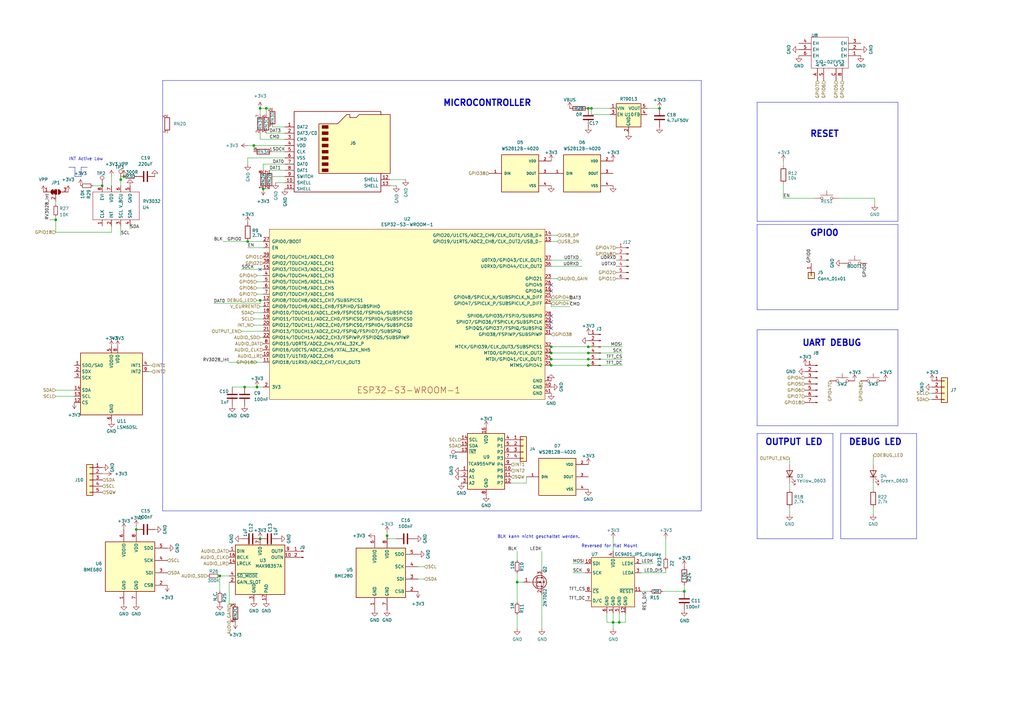
<source format=kicad_sch>
(kicad_sch (version 20231120) (generator "eeschema") (generator_version "8.0")
  (paper "A3")
  (lib_symbols
    (symbol "Audio:MAX98357A"
      (property "Reference" "U" (at -8.89 11.43 0))
      (property "Value" "MAX98357A" (at 10.16 11.43 0))
      (symbol "MAX98357A_1_1"
        (pin input line (at -12.7 7.62 0) (length 2.54) (name "DIN") (number "1"))
        (pin output line (at 12.7 5.08 180) (length 2.54) (name "OUTN") (number "10"))
        (pin passive line (at -2.54 -12.7 90) (length 2.54) hide (name "GND") (number "11"))
        (pin no_connect line (at 10.16 -5.08 180) (length 2.54) hide (name "NC") (number "12"))
        (pin no_connect line (at 10.16 -7.62 180) (length 2.54) hide (name "NC") (number "13"))
        (pin input line (at -12.7 2.54 0) (length 2.54) (name "LRCLK") (number "14"))
        (pin passive line (at -2.54 -12.7 90) (length 2.54) hide (name "GND") (number "15"))
        (pin input line (at -12.7 5.08 0) (length 2.54) (name "BCLK") (number "16"))
        (pin unspecified line (at 2.54 -12.7 90) (length 2.54) (name "PAD") (number "17"))
        (pin passive line (at -12.7 -5.08 0) (length 2.54) (name "GAIN_SLOT") (number "2"))
        (pin power_in line (at -2.54 -12.7 90) (length 2.54) (name "GND") (number "3"))
        (pin input line (at -12.7 -2.54 0) (length 2.54) (name "~{SD_MODE}") (number "4"))
        (pin no_connect line (at 10.16 2.54 180) (length 2.54) hide (name "NC") (number "5"))
        (pin no_connect line (at 10.16 0 180) (length 2.54) hide (name "NC") (number "6"))
        (pin power_in line (at 0 12.7 270) (length 2.54) (name "VDD") (number "7"))
        (pin passive line (at 0 12.7 270) (length 2.54) hide (name "VDD") (number "8"))
        (pin output line (at 12.7 7.62 180) (length 2.54) (name "OUTP") (number "9"))
      )
    )
    (symbol "Connector:Conn_01x02_Pin" (pin_names (offset 1.016) hide)
      (property "Reference" "J" (at 0 2.54 0))
      (property "Value" "Conn_01x02_Pin" (at 0 -5.08 0))
      (symbol "Conn_01x02_Pin_1_1"
        (pin passive line (at 5.08 0 180) (length 3.81) (name "Pin_1") (number "1"))
        (pin passive line (at 5.08 -2.54 180) (length 3.81) (name "Pin_2") (number "2"))
      )
    )
    (symbol "Connector:Conn_01x06_Pin" (pin_names (offset 1.016) hide)
      (property "Reference" "J" (at 0 7.62 0))
      (property "Value" "Conn_01x06_Pin" (at 0 -10.16 0))
      (symbol "Conn_01x06_Pin_1_1"
        (pin passive line (at 5.08 5.08 180) (length 3.81) (name "Pin_1") (number "1"))
        (pin passive line (at 5.08 2.54 180) (length 3.81) (name "Pin_2") (number "2"))
        (pin passive line (at 5.08 0 180) (length 3.81) (name "Pin_3") (number "3"))
        (pin passive line (at 5.08 -2.54 180) (length 3.81) (name "Pin_4") (number "4"))
        (pin passive line (at 5.08 -5.08 180) (length 3.81) (name "Pin_5") (number "5"))
        (pin passive line (at 5.08 -7.62 180) (length 3.81) (name "Pin_6") (number "6"))
      )
    )
    (symbol "Connector:Conn_01x07_Pin" (pin_names (offset 1.016) hide)
      (property "Reference" "J" (at 0 10.16 0))
      (property "Value" "Conn_01x07_Pin" (at 0 -10.16 0))
      (symbol "Conn_01x07_Pin_1_1"
        (pin passive line (at 5.08 7.62 180) (length 3.81) (name "Pin_1") (number "1"))
        (pin passive line (at 5.08 5.08 180) (length 3.81) (name "Pin_2") (number "2"))
        (pin passive line (at 5.08 2.54 180) (length 3.81) (name "Pin_3") (number "3"))
        (pin passive line (at 5.08 0 180) (length 3.81) (name "Pin_4") (number "4"))
        (pin passive line (at 5.08 -2.54 180) (length 3.81) (name "Pin_5") (number "5"))
        (pin passive line (at 5.08 -5.08 180) (length 3.81) (name "Pin_6") (number "6"))
        (pin passive line (at 5.08 -7.62 180) (length 3.81) (name "Pin_7") (number "7"))
      )
    )
    (symbol "Connector:TestPoint" (pin_numbers hide) (pin_names (offset 0.762) hide)
      (property "Reference" "TP" (at 0 6.858 0))
      (property "Value" "TestPoint" (at 0 5.08 0))
      (symbol "TestPoint_1_1"
        (pin passive line (at 0 0 90) (length 2.54) (name "1") (number "1"))
      )
    )
    (symbol "Connector_Generic:Conn_01x01" (pin_names (offset 1.016) hide)
      (property "Reference" "J" (at 0 2.54 0))
      (property "Value" "Conn_01x01" (at 0 -2.54 0))
      (symbol "Conn_01x01_1_1"
        (pin passive line (at -5.08 0 0) (length 3.81) (name "Pin_1") (number "1"))
      )
    )
    (symbol "Connector_Generic:Conn_01x04" (pin_names (offset 1.016) hide)
      (property "Reference" "J" (at 0 5.08 0))
      (property "Value" "Conn_01x04" (at 0 -7.62 0))
      (symbol "Conn_01x04_1_1"
        (pin passive line (at -5.08 2.54 0) (length 3.81) (name "Pin_1") (number "1"))
        (pin passive line (at -5.08 0 0) (length 3.81) (name "Pin_2") (number "2"))
        (pin passive line (at -5.08 -2.54 0) (length 3.81) (name "Pin_3") (number "3"))
        (pin passive line (at -5.08 -5.08 0) (length 3.81) (name "Pin_4") (number "4"))
      )
    )
    (symbol "Connector_Generic:Conn_01x05" (pin_names (offset 1.016) hide)
      (property "Reference" "J" (at 0 7.62 0))
      (property "Value" "Conn_01x05" (at 0 -7.62 0))
      (symbol "Conn_01x05_1_1"
        (pin passive line (at -5.08 5.08 0) (length 3.81) (name "Pin_1") (number "1"))
        (pin passive line (at -5.08 2.54 0) (length 3.81) (name "Pin_2") (number "2"))
        (pin passive line (at -5.08 0 0) (length 3.81) (name "Pin_3") (number "3"))
        (pin passive line (at -5.08 -2.54 0) (length 3.81) (name "Pin_4") (number "4"))
        (pin passive line (at -5.08 -5.08 0) (length 3.81) (name "Pin_5") (number "5"))
      )
    )
    (symbol "Device:C" (pin_numbers hide) (pin_names (offset 0.254))
      (property "Reference" "C" (at 0.635 2.54 0))
      (property "Value" "C" (at 0.635 -2.54 0))
      (symbol "C_1_1"
        (pin passive line (at 0 3.81 270) (length 2.794) (name "~") (number "1"))
        (pin passive line (at 0 -3.81 90) (length 2.794) (name "~") (number "2"))
      )
    )
    (symbol "Device:Fuse" (pin_numbers hide) (pin_names (offset 0))
      (property "Reference" "F" (at 2.032 0 90))
      (property "Value" "Fuse" (at -1.905 0 90))
      (symbol "Fuse_1_1"
        (pin passive line (at 0 3.81 270) (length 1.27) (name "~") (number "1"))
        (pin passive line (at 0 -3.81 90) (length 1.27) (name "~") (number "2"))
      )
    )
    (symbol "Device:R" (pin_numbers hide) (pin_names (offset 0))
      (property "Reference" "R" (at 2.032 0 90))
      (property "Value" "R" (at 0 0 90))
      (symbol "R_1_1"
        (pin passive line (at 0 3.81 270) (length 1.27) (name "~") (number "1"))
        (pin passive line (at 0 -3.81 90) (length 1.27) (name "~") (number "2"))
      )
    )
    (symbol "Device:R_Pack04_Split" (pin_names (offset 0) hide)
      (property "Reference" "RN" (at 2.032 0 90))
      (property "Value" "R_Pack04_Split" (at 0 0 90))
      (symbol "R_Pack04_Split_1_1"
        (pin passive line (at 0 -3.81 90) (length 1.27) (name "R1.1") (number "1"))
        (pin passive line (at 0 3.81 270) (length 1.27) (name "R1.2") (number "8"))
      )
      (symbol "R_Pack04_Split_2_1"
        (pin passive line (at 0 -3.81 90) (length 1.27) (name "R2.1") (number "2"))
        (pin passive line (at 0 3.81 270) (length 1.27) (name "R2.2") (number "7"))
      )
      (symbol "R_Pack04_Split_3_1"
        (pin passive line (at 0 -3.81 90) (length 1.27) (name "R3.1") (number "3"))
        (pin passive line (at 0 3.81 270) (length 1.27) (name "R3.2") (number "6"))
      )
      (symbol "R_Pack04_Split_4_1"
        (pin passive line (at 0 -3.81 90) (length 1.27) (name "R4.1") (number "4"))
        (pin passive line (at 0 3.81 270) (length 1.27) (name "R4.2") (number "5"))
      )
    )
    (symbol "Device:R_Small" (pin_numbers hide) (pin_names (offset 0.254) hide)
      (property "Reference" "R" (at 0.762 0.508 0))
      (property "Value" "R_Small" (at 0.762 -1.016 0))
      (symbol "R_Small_1_1"
        (pin passive line (at 0 2.54 270) (length 0.762) (name "~") (number "1"))
        (pin passive line (at 0 -2.54 90) (length 0.762) (name "~") (number "2"))
      )
    )
    (symbol "Diode_JLC:Green_0603" (pin_numbers hide) (pin_names (offset 1.016) hide)
      (property "Reference" "D" (at 0 5.08 0))
      (property "Value" "Green_0603" (at 0 3.175 0))
      (symbol "Green_0603_1_1"
        (pin passive line (at -3.81 0 0) (length 2.54) (name "K") (number "1"))
        (pin passive line (at 3.81 0 180) (length 2.54) (name "A") (number "2"))
      )
    )
    (symbol "Diode_JLC:Yellow_0603" (pin_numbers hide) (pin_names (offset 1.016) hide)
      (property "Reference" "D" (at 0 5.08 0))
      (property "Value" "Yellow_0603" (at 0 3.175 0))
      (symbol "Yellow_0603_1_1"
        (pin passive line (at -3.81 0 0) (length 2.54) (name "K") (number "1"))
        (pin passive line (at 3.81 0 180) (length 2.54) (name "A") (number "2"))
      )
    )
    (symbol "Interface_Expansion:TCA9554PW"
      (property "Reference" "U" (at -7.62 11.43 0))
      (property "Value" "TCA9554PW" (at 2.54 11.43 0))
      (symbol "TCA9554PW_1_1"
        (pin input line (at -10.16 -5.08 0) (length 2.54) (name "A0") (number "1"))
        (pin bidirectional line (at 10.16 -5.08 180) (length 2.54) (name "P5") (number "10"))
        (pin bidirectional line (at 10.16 -7.62 180) (length 2.54) (name "P6") (number "11"))
        (pin bidirectional line (at 10.16 -10.16 180) (length 2.54) (name "P7") (number "12"))
        (pin open_collector line (at -10.16 2.54 0) (length 2.54) (name "~{INT}") (number "13"))
        (pin input line (at -10.16 7.62 0) (length 2.54) (name "SCL") (number "14"))
        (pin bidirectional line (at -10.16 5.08 0) (length 2.54) (name "SDA") (number "15"))
        (pin power_in line (at 0 12.7 270) (length 2.54) (name "VDD") (number "16"))
        (pin input line (at -10.16 -7.62 0) (length 2.54) (name "A1") (number "2"))
        (pin input line (at -10.16 -10.16 0) (length 2.54) (name "A2") (number "3"))
        (pin bidirectional line (at 10.16 7.62 180) (length 2.54) (name "P0") (number "4"))
        (pin bidirectional line (at 10.16 5.08 180) (length 2.54) (name "P1") (number "5"))
        (pin bidirectional line (at 10.16 2.54 180) (length 2.54) (name "P2") (number "6"))
        (pin bidirectional line (at 10.16 0 180) (length 2.54) (name "P3") (number "7"))
        (pin power_in line (at 0 -15.24 90) (length 2.54) (name "GND") (number "8"))
        (pin bidirectional line (at 10.16 -2.54 180) (length 2.54) (name "P4") (number "9"))
      )
    )
    (symbol "Jumper:SolderJumper_3_Bridged12" (pin_names (offset 0) hide) (exclude_from_sim yes) (in_bom no)
      (property "Reference" "JP" (at -2.54 -2.54 0))
      (property "Value" "SolderJumper_3_Bridged12" (at 0 2.794 0))
      (symbol "SolderJumper_3_Bridged12_1_1"
        (pin passive line (at -5.08 0 0) (length 2.54) (name "A") (number "1"))
        (pin passive line (at 0 -3.81 90) (length 2.54) (name "C") (number "2"))
        (pin passive line (at 5.08 0 180) (length 2.54) (name "B") (number "3"))
      )
    )
    (symbol "ProPrj_tes-easyedapro:SIQ-02FVS3"
      (property "Reference" "U" (at 0 0 0))
      (symbol "SIQ-02FVS3_1_0"
        (pin unspecified line (at 12.7 2.54 180) (length 5.08) (name "EH") (number "1"))
        (pin unspecified line (at 12.7 5.08 180) (length 5.08) (name "EH") (number "2"))
        (pin unspecified line (at 12.7 7.62 180) (length 5.08) (name "EH") (number "3"))
        (pin unspecified line (at -12.7 7.62 0) (length 5.08) (name "EH") (number "4"))
        (pin unspecified line (at -12.7 5.08 0) (length 5.08) (name "EH") (number "5"))
        (pin unspecified line (at -12.7 2.54 0) (length 5.08) (name "EH") (number "6"))
        (pin unspecified line (at -5.08 -7.62 90) (length 5.08) (name "A") (number "A"))
        (pin unspecified line (at 5.08 -7.62 90) (length 5.08) (name "B") (number "B"))
        (pin unspecified line (at 2.54 -7.62 90) (length 5.08) (name "C") (number "C"))
        (pin unspecified line (at -2.54 -7.62 90) (length 5.08) (name "S") (number "S"))
      )
    )
    (symbol "Regulator_Linear:TPS72201" (pin_names (offset 0.254))
      (property "Reference" "U" (at -3.81 5.715 0))
      (property "Value" "TPS72201" (at 0 5.715 0))
      (symbol "TPS72201_1_1"
        (pin power_in line (at -7.62 2.54 0) (length 2.54) (name "VIN") (number "1"))
        (pin power_in line (at 0 -7.62 90) (length 2.54) (name "GND") (number "2"))
        (pin input line (at -7.62 0 0) (length 2.54) (name "EN") (number "3"))
        (pin input line (at 7.62 0 180) (length 2.54) (name "FB") (number "4"))
        (pin power_out line (at 7.62 2.54 180) (length 2.54) (name "VOUT") (number "5"))
      )
    )
    (symbol "Resistor_JLC:10k" (pin_numbers hide) (pin_names (offset 0))
      (property "Reference" "R" (at 2.032 0 90))
      (property "Value" "10k" (at 0 0 90))
      (symbol "10k_1_1"
        (pin passive line (at 0 3.81 270) (length 1.27) (name "~") (number "1"))
        (pin passive line (at 0 -3.81 90) (length 1.27) (name "~") (number "2"))
      )
    )
    (symbol "Resistor_JLC:2.7k" (pin_numbers hide) (pin_names (offset 0))
      (property "Reference" "R" (at 2.032 0 90))
      (property "Value" "2.7k" (at 0 0 90))
      (symbol "2.7k_1_1"
        (pin passive line (at 0 3.81 270) (length 1.27) (name "~") (number "1"))
        (pin passive line (at 0 -3.81 90) (length 1.27) (name "~") (number "2"))
      )
    )
    (symbol "Sensor:BME280"
      (property "Reference" "U" (at -8.89 11.43 0))
      (property "Value" "BME280" (at 7.62 11.43 0))
      (symbol "BME280_1_1"
        (pin power_in line (at -2.54 -15.24 90) (length 5.08) (name "GND") (number "1"))
        (pin input line (at 15.24 -7.62 180) (length 5.08) (name "CSB") (number "2"))
        (pin bidirectional line (at 15.24 -2.54 180) (length 5.08) (name "SDI") (number "3"))
        (pin input line (at 15.24 2.54 180) (length 5.08) (name "SCK") (number "4"))
        (pin bidirectional line (at 15.24 7.62 180) (length 5.08) (name "SDO") (number "5"))
        (pin power_in line (at -2.54 15.24 270) (length 5.08) (name "VDDIO") (number "6"))
        (pin power_in line (at 2.54 -15.24 90) (length 5.08) (name "GND") (number "7"))
        (pin power_in line (at 2.54 15.24 270) (length 5.08) (name "VDD") (number "8"))
      )
    )
    (symbol "Sensor:BME680"
      (property "Reference" "U" (at -8.89 11.43 0))
      (property "Value" "BME680" (at 7.62 11.43 0))
      (symbol "BME680_1_1"
        (pin power_in line (at -2.54 -15.24 90) (length 5.08) (name "GND") (number "1"))
        (pin input line (at 15.24 -7.62 180) (length 5.08) (name "CSB") (number "2"))
        (pin bidirectional line (at 15.24 -2.54 180) (length 5.08) (name "SDI") (number "3"))
        (pin input line (at 15.24 2.54 180) (length 5.08) (name "SCK") (number "4"))
        (pin bidirectional line (at 15.24 7.62 180) (length 5.08) (name "SDO") (number "5"))
        (pin power_in line (at -2.54 15.24 270) (length 5.08) (name "VDDIO") (number "6"))
        (pin power_in line (at 2.54 -15.24 90) (length 5.08) (name "GND") (number "7"))
        (pin power_in line (at 2.54 15.24 270) (length 5.08) (name "VDD") (number "8"))
      )
    )
    (symbol "Sensor_Motion:LSM6DSL"
      (property "Reference" "U" (at -11.43 15.24 0))
      (property "Value" "LSM6DSL" (at -11.43 12.7 0))
      (symbol "LSM6DSL_1_1"
        (pin bidirectional line (at -15.24 7.62 0) (length 2.54) (name "SDO/SA0") (number "1"))
        (pin no_connect line (at 12.7 -5.08 180) (length 3.81) hide (name "NC") (number "10"))
        (pin no_connect line (at 12.7 -2.54 180) (length 3.81) hide (name "NC") (number "11"))
        (pin input line (at -15.24 -7.62 0) (length 2.54) (name "CS") (number "12"))
        (pin input line (at -15.24 -5.08 0) (length 2.54) (name "SCL") (number "13"))
        (pin bidirectional line (at -15.24 -2.54 0) (length 2.54) (name "SDA") (number "14"))
        (pin bidirectional line (at -15.24 5.08 0) (length 2.54) (name "SDX") (number "2"))
        (pin input line (at -15.24 2.54 0) (length 2.54) (name "SCX") (number "3"))
        (pin output line (at 15.24 7.62 180) (length 2.54) (name "INT1") (number "4"))
        (pin power_in line (at 0 15.24 270) (length 2.54) (name "VDDIO") (number "5"))
        (pin power_in line (at 0 -15.24 90) (length 2.54) (name "GND") (number "6"))
        (pin passive line (at 0 -15.24 90) (length 2.54) hide (name "GND") (number "7"))
        (pin power_in line (at 2.54 15.24 270) (length 2.54) (name "VDD") (number "8"))
        (pin output line (at 15.24 5.08 180) (length 2.54) (name "INT2") (number "9"))
      )
    )
    (symbol "Switch:SW_Push" (pin_numbers hide) (pin_names (offset 1.016) hide)
      (property "Reference" "SW" (at 1.27 2.54 0))
      (property "Value" "SW_Push" (at 0 -1.524 0))
      (symbol "SW_Push_0_1"
        (pin passive line (at -5.08 0 0) (length 2.54) (name "1") (number "1"))
        (pin passive line (at 5.08 0 180) (length 2.54) (name "2") (number "2"))
      )
    )
    (symbol "Transistor_FET:2N7002" (pin_names hide)
      (property "Reference" "Q" (at 5.08 1.905 0))
      (property "Value" "2N7002" (at 5.08 0 0))
      (symbol "2N7002_1_1"
        (pin input line (at -5.08 0 0) (length 2.54) (name "G") (number "1"))
        (pin passive line (at 2.54 -5.08 90) (length 2.54) (name "S") (number "2"))
        (pin passive line (at 2.54 5.08 270) (length 2.54) (name "D") (number "3"))
      )
    )
    (symbol "WS2812B-4020:WS2812B-4020" (pin_names (offset 1.016))
      (property "Reference" "D" (at -7.62 8.128 0))
      (property "Value" "WS2812B-4020" (at -7.62 -10.16 0))
      (symbol "WS2812B-4020_0_0"
        (pin input line (at -12.7 0 0) (length 5.08) (name "DIN") (number "1"))
        (pin power_in line (at 12.7 5.08 180) (length 5.08) (name "VDD") (number "2"))
        (pin output line (at 12.7 0 180) (length 5.08) (name "DOUT") (number "3"))
        (pin power_in line (at 12.7 -5.08 180) (length 5.08) (name "VSS") (number "4"))
      )
    )
    (symbol "keyboardEink-rescue:ESP32-S3-WROOM-1-Espressif" (pin_names (offset 1.016))
      (property "Reference" "U" (at 0 35.56 0))
      (property "Value" "Espressif_ESP32-S3-WROOM-1" (at 0 -36.83 0))
      (symbol "ESP32-S3-WROOM-1-Espressif_0_0"
        (text "ESP32-S3-WROOM-1" (at 0 -31.75 0) (effects (font (size 2.54 2.54))))
        (pin power_in line (at 58.42 -27.94 180) (length 2.54) (name "GND") (number "1"))
        (pin bidirectional line (at -59.69 -17.78 0) (length 2.54) (name "GPIO17/U1TXD/ADC2_CH6") (number "10"))
        (pin bidirectional line (at -59.69 -20.32 0) (length 2.54) (name "GPIO18/U1RXD/ADC2_CH7/CLK_OUT3") (number "11"))
        (pin bidirectional line (at -59.69 5.08 0) (length 2.54) (name "GPIO8/TOUCH8/ADC1_CH7/SUBSPICS1") (number "12"))
        (pin bidirectional line (at 58.42 29.21 180) (length 2.54) (name "GPIO19/U1RTS/ADC2_CH8/CLK_OUT2/USB_D-") (number "13"))
        (pin bidirectional line (at 58.42 31.75 180) (length 2.54) (name "GPIO20/U1CTS/ADC2_CH9/CLK_OUT1/USB_D+") (number "14"))
        (pin bidirectional line (at -59.69 17.78 0) (length 2.54) (name "GPIO3/TOUCH3/ADC1_CH2") (number "15"))
        (pin bidirectional line (at 58.42 8.89 180) (length 2.54) (name "GPIO46") (number "16"))
        (pin bidirectional line (at -59.69 2.54 0) (length 2.54) (name "GPIO9/TOUCH9/ADC1_CH8/FSPIHD/SUBSPIHD") (number "17"))
        (pin bidirectional line (at -59.69 0 0) (length 2.54) (name "GPIO10/TOUCH10/ADC1_CH9/FSPICS0/FSPIIO4/SUBSPICS0") (number "18"))
        (pin bidirectional line (at -59.69 -2.54 0) (length 2.54) (name "GPIO11/TOUCH11/ADC2_CH0/FSPICS0/FSPIIO4/SUBSPICS0") (number "19"))
        (pin power_in line (at -59.69 -30.48 0) (length 2.54) (name "3V3") (number "2"))
        (pin bidirectional line (at -59.69 -5.08 0) (length 2.54) (name "GPIO12/TOUCH11/ADC2_CH0/FSPICS0/FSPIIO4/SUBSPICS0") (number "20"))
        (pin bidirectional line (at -59.69 -7.62 0) (length 2.54) (name "GPIO13/TOUCH13/ADC2_CH2/FSPIQ/FSPIIO7/SUBSPIQ") (number "21"))
        (pin bidirectional line (at -59.69 -10.16 0) (length 2.54) (name "GPIO14/TOUCH14/ADC2_CH3/FSPIWP/FSPIDQS/SUBSPIWP") (number "22"))
        (pin bidirectional line (at 58.42 13.97 180) (length 2.54) (name "GPIO21") (number "23"))
        (pin bidirectional line (at 58.42 3.81 180) (length 2.54) (name "GPIO47/SPICLK_P/SUBSPICLK_P_DIFF") (number "24"))
        (pin bidirectional line (at 58.42 6.35 180) (length 2.54) (name "GPIO48/SPICLK_N/SUBSPICLK_N_DIFF") (number "25"))
        (pin bidirectional line (at 58.42 11.43 180) (length 2.54) (name "GPIO45") (number "26"))
        (pin bidirectional line (at -59.69 29.21 0) (length 2.54) (name "GPIO0/BOOT") (number "27"))
        (pin bidirectional line (at 58.42 -1.27 180) (length 2.54) (name "SPIIO6/GPIO35/FSPID/SUBSPID") (number "28"))
        (pin bidirectional line (at 58.42 -3.81 180) (length 2.54) (name "SPIIO7/GPIO36/FSPICLK/SUBSPICLK") (number "29"))
        (pin input line (at -59.69 26.67 0) (length 2.54) (name "EN") (number "3"))
        (pin bidirectional line (at 58.42 -6.35 180) (length 2.54) (name "SPIDQS/GPIO37/FSPIQ/SUBSPIQ") (number "30"))
        (pin bidirectional line (at 58.42 -8.89 180) (length 2.54) (name "GPIO38/FSPIWP/SUBSPIWP") (number "31"))
        (pin bidirectional line (at 58.42 -13.97 180) (length 2.54) (name "MTCK/GPIO39/CLK_OUT3/SUBSPICS1") (number "32"))
        (pin bidirectional line (at 58.42 -16.51 180) (length 2.54) (name "MTDO/GPIO40/CLK_OUT2") (number "33"))
        (pin bidirectional line (at 58.42 -19.05 180) (length 2.54) (name "MTDI/GPIO41/CLK_OUT1") (number "34"))
        (pin bidirectional line (at 58.42 -21.59 180) (length 2.54) (name "MTMS/GPIO42") (number "35"))
        (pin bidirectional line (at 58.42 19.05 180) (length 2.54) (name "U0RXD/GPIO44/CLK_OUT2") (number "36"))
        (pin bidirectional line (at 58.42 21.59 180) (length 2.54) (name "U0TXD/GPIO43/CLK_OUT1") (number "37"))
        (pin bidirectional line (at -59.69 20.32 0) (length 2.54) (name "GPIO2/TOUCH2/ADC1_CH1") (number "38"))
        (pin bidirectional line (at -59.69 22.86 0) (length 2.54) (name "GPIO1/TOUCH1/ADC1_CH0") (number "39"))
        (pin bidirectional line (at -59.69 15.24 0) (length 2.54) (name "GPIO4/TOUCH4/ADC1_CH3") (number "4"))
        (pin power_in line (at 58.42 -30.48 180) (length 2.54) (name "GND") (number "40"))
        (pin power_in line (at 58.42 -33.02 180) (length 2.54) (name "GND") (number "41"))
        (pin bidirectional line (at -59.69 12.7 0) (length 2.54) (name "GPIO5/TOUCH5/ADC1_CH4") (number "5"))
        (pin bidirectional line (at -59.69 10.16 0) (length 2.54) (name "GPIO6/TOUCH6/ADC1_CH5") (number "6"))
        (pin bidirectional line (at -59.69 7.62 0) (length 2.54) (name "GPIO7/TOUCH7/ADC1_CH6") (number "7"))
        (pin bidirectional line (at -59.69 -12.7 0) (length 2.54) (name "GPIO15/U0RTS/ADC2_CH4/XTAL_32K_P") (number "8"))
        (pin bidirectional line (at -59.69 -15.24 0) (length 2.54) (name "GPIO16/U0CTS/ADC2_CH5/XTAL_32K_NH5") (number "9"))
      )
    )
    (symbol "open-Smartwatch:GC9A01_IPS_display_SPI" (pin_names (offset 0.381))
      (property "Reference" "U" (at -7.62 11.43 0))
      (property "Value" "GC9A01_IPS_display_SPI" (at 12.7 11.43 0))
      (symbol "GC9A01_IPS_display_SPI_0_0"
        (pin power_in line (at 0 -12.7 90) (length 2.54) (name "GND") (number "1"))
        (pin bidirectional line (at -11.43 7.62 0) (length 2.54) (name "SDI") (number "10"))
        (pin input line (at 11.43 -3.81 180) (length 2.54) (name "~{RESET}") (number "11"))
        (pin power_in line (at 5.08 -12.7 90) (length 2.54) (name "GND") (number "12"))
        (pin passive line (at 11.43 7.62 180) (length 2.54) (name "LEDK") (number "2"))
        (pin passive line (at 11.43 3.81 180) (length 2.54) (name "LEDA") (number "3"))
        (pin power_in line (at 0 12.7 270) (length 2.54) (name "VDD") (number "4"))
        (pin power_in line (at 2.54 -12.7 90) (length 2.54) (name "GND") (number "5"))
        (pin power_in line (at -2.54 -12.7 90) (length 2.54) (name "GND") (number "6"))
        (pin input line (at -11.43 -7.62 0) (length 2.54) (name "D/C") (number "7"))
        (pin input line (at -11.43 -3.81 0) (length 2.54) (name "~{CS}") (number "8"))
        (pin input line (at -11.43 3.81 0) (length 2.54) (name "SCK") (number "9"))
      )
    )
    (symbol "power:+3V3" (power) (pin_names (offset 0))
      (property "Value" "+3V3" (at 0 3.556 0))
      (symbol "+3V3_1_1"
        (pin power_in line (at 0 0 90) (length 0) hide (name "+3V3") (number "1"))
      )
    )
    (symbol "power:GND" (power) (pin_names (offset 0))
      (property "Value" "GND" (at 0 -3.81 0))
      (symbol "GND_1_1"
        (pin power_in line (at 0 0 270) (length 0) hide (name "GND") (number "1"))
      )
    )
    (symbol "power:VBUS" (power) (pin_names (offset 0))
      (property "Value" "VBUS" (at 0 3.81 0))
      (symbol "VBUS_1_1"
        (pin power_in line (at 0 0 90) (length 0) hide (name "VBUS") (number "1"))
      )
    )
    (symbol "power:VPP" (power) (pin_numbers hide) (pin_names (offset 0) hide)
      (property "Value" "VPP" (at 0 3.556 0))
      (symbol "VPP_1_1"
        (pin power_in line (at 0 0 90) (length 0) (name "~") (number "1"))
      )
    )
    (symbol "rv3028:RV3028-C7"
      (property "Reference" "U" (at -2.54 5.08 0))
      (symbol "RV3028-C7_1_1"
        (pin input line (at -8.89 2.54 0) (length 2.54) (name "CLK") (number "1"))
        (pin output line (at -8.89 -1.27 0) (length 2.54) (name "INT") (number "2"))
        (pin bidirectional line (at -8.89 -5.08 0) (length 2.54) (name "SCL") (number "3"))
        (pin bidirectional line (at -8.89 -8.89 0) (length 2.54) (name "SDA") (number "4"))
        (pin bidirectional line (at 7.62 -8.89 180) (length 2.54) (name "GND") (number "5"))
        (pin power_in line (at 7.62 -5.08 180) (length 2.54) (name "V_BCU") (number "6"))
        (pin power_in line (at 7.62 -1.27 180) (length 2.54) (name "VDD") (number "7"))
        (pin input line (at 7.62 2.54 180) (length 2.54) (name "EVI") (number "8"))
      )
    )
    (symbol "tp4056:Micro_SD_Card_Det_US" (pin_names (offset 1.016))
      (property "Reference" "J" (at -16.51 17.78 0))
      (property "Value" "tp4056_Micro_SD_Card_Det_US" (at 16.51 17.78 0))
      (symbol "Micro_SD_Card_Det_US_1_1"
        (pin bidirectional line (at -22.86 10.16 0) (length 3.81) (name "DAT2") (number "1"))
        (pin passive line (at -22.86 -12.7 0) (length 3.81) (name "SHELL") (number "10"))
        (pin passive line (at -22.86 -15.24 0) (length 3.81) (name "SHELL") (number "11"))
        (pin passive line (at 20.32 -11.43 180) (length 3.81) (name "SHELL") (number "12"))
        (pin passive line (at 20.32 -13.97 180) (length 3.81) (name "SHELL") (number "13"))
        (pin bidirectional line (at -22.86 7.62 0) (length 3.81) (name "DAT3/CD") (number "2"))
        (pin input line (at -22.86 5.08 0) (length 3.81) (name "CMD") (number "3"))
        (pin power_in line (at -22.86 2.54 0) (length 3.81) (name "VDD") (number "4"))
        (pin input line (at -22.86 0 0) (length 3.81) (name "CLK") (number "5"))
        (pin power_in line (at -22.86 -2.54 0) (length 3.81) (name "VSS") (number "6"))
        (pin bidirectional line (at -22.86 -5.08 0) (length 3.81) (name "DAT0") (number "7"))
        (pin bidirectional line (at -22.86 -7.62 0) (length 3.81) (name "DAT1") (number "8"))
        (pin passive line (at -22.86 -10.16 0) (length 3.81) (name "SWITCH") (number "9"))
      )
    )
  )
  (junction (at 241.3 149.86))
  (junction (at 241.3 44.45))
  (junction (at 254 255.27))
  (junction (at 280.67 242.57))
  (junction (at 105.41 158.75))
  (junction (at 270.51 44.45))
  (junction (at 100.33 158.75))
  (junction (at 106.68 123.19))
  (junction (at 101.6 99.06))
  (junction (at 41.91 76.2))
  (junction (at 106.68 220.98))
  (junction (at 50.8 72.39))
  (junction (at 242.57 44.45))
  (junction (at 90.17 236.22))
  (junction (at 22.86 90.17))
  (junction (at 241.3 142.24))
  (junction (at 241.3 144.78))
  (junction (at 109.22 44.45))
  (junction (at 226.06 144.78))
  (junction (at 226.06 142.24))
  (junction (at 226.06 147.32))
  (junction (at 106.68 44.45))
  (junction (at 158.75 219.71))
  (junction (at 107.95 77.47))
  (junction (at 241.3 147.32))
  (junction (at 251.46 255.27))
  (junction (at 226.06 149.86))
  (junction (at 212.09 238.76))
  (junction (at 49.53 73.66))
  (junction (at 104.14 59.69))
  (junction (at 55.88 217.17))
  (no_connect (at 226.06 129.54))
  (no_connect (at 226.06 132.08))
  (no_connect (at 106.68 110.49))
  (no_connect (at 226.06 119.38))
  (no_connect (at 226.06 116.84))
  (no_connect (at 226.06 134.62))
  (wire (pts (xy 100.33 158.75) (xy 105.41 158.75)))
  (wire (pts (xy 242.57 46.99) (xy 250.19 46.99)))
  (wire (pts (xy 212.09 226.06) (xy 212.09 229.87)))
  (wire (pts (xy 158.75 218.44) (xy 158.75 219.71)))
  (polyline (pts (xy 344.805 177.8) (xy 375.92 177.8)))
  (wire (pts (xy 223.52 142.24) (xy 226.06 142.24)))
  (wire (pts (xy 251.46 255.27) (xy 248.92 255.27)))
  (wire (pts (xy 111.76 72.39) (xy 116.84 72.39)))
  (polyline (pts (xy 368.3 127) (xy 310.515 127)))
  (wire (pts (xy 171.45 237.49) (xy 173.99 237.49)))
  (wire (pts (xy 171.45 232.41) (xy 173.99 232.41)))
  (wire (pts (xy 104.14 62.23) (xy 104.14 59.69)))
  (wire (pts (xy 212.09 238.76) (xy 214.63 238.76)))
  (wire (pts (xy 262.89 242.57) (xy 266.7 242.57)))
  (polyline (pts (xy 30.734 68.58) (xy 28.194 68.58)))
  (wire (pts (xy 381 163.83) (xy 382.27 163.83)))
  (wire (pts (xy 50.8 72.39) (xy 49.53 72.39)))
  (polyline (pts (xy 66.675 33.02) (xy 287.655 33.02)))
  (polyline (pts (xy 310.515 135.255) (xy 368.3 135.255)))
  (wire (pts (xy 106.68 57.15) (xy 106.68 54.61)))
  (wire (pts (xy 242.57 44.45) (xy 242.57 46.99)))
  (wire (pts (xy 158.75 220.98) (xy 158.75 219.71)))
  (wire (pts (xy 104.14 133.35) (xy 107.95 133.35)))
  (wire (pts (xy 109.22 44.45) (xy 106.68 44.45)))
  (wire (pts (xy 53.34 92.71) (xy 53.34 93.98)))
  (wire (pts (xy 93.98 247.65) (xy 96.52 247.65)))
  (wire (pts (xy 358.14 208.28) (xy 358.14 210.82)))
  (wire (pts (xy 358.14 186.69) (xy 358.14 190.5)))
  (wire (pts (xy 256.54 255.27) (xy 254 255.27)))
  (wire (pts (xy 105.41 158.75) (xy 107.95 158.75)))
  (wire (pts (xy 107.95 67.31) (xy 116.84 67.31)))
  (wire (pts (xy 111.76 62.23) (xy 116.84 62.23)))
  (wire (pts (xy 226.06 125.73) (xy 226.06 124.46)))
  (polyline (pts (xy 350.52 41.91) (xy 368.3 41.91)))
  (wire (pts (xy 226.06 144.78) (xy 241.3 144.78)))
  (wire (pts (xy 49.53 72.39) (xy 49.53 73.66)))
  (wire (pts (xy 241.3 142.24) (xy 255.27 142.24)))
  (wire (pts (xy 106.68 123.19) (xy 107.95 123.19)))
  (wire (pts (xy 226.06 114.3) (xy 228.6 114.3)))
  (wire (pts (xy 273.05 234.95) (xy 262.89 234.95)))
  (wire (pts (xy 254 251.46) (xy 254 255.27)))
  (polyline (pts (xy 368.3 92.075) (xy 368.3 127)))
  (wire (pts (xy 116.84 74.93) (xy 113.03 74.93)))
  (wire (pts (xy 358.14 198.12) (xy 358.14 200.66)))
  (wire (pts (xy 233.68 125.73) (xy 226.06 125.73)))
  (polyline (pts (xy 287.655 33.02) (xy 287.655 209.55)))
  (wire (pts (xy 101.6 59.69) (xy 104.14 59.69)))
  (wire (pts (xy 344.17 81.28) (xy 358.775 81.28)))
  (polyline (pts (xy 368.3 41.91) (xy 368.3 90.805)))
  (polyline (pts (xy 310.515 92.075) (xy 341.63 92.075)))
  (polyline (pts (xy 310.515 174.625) (xy 310.515 135.255)))
  (wire (pts (xy 321.31 75.565) (xy 321.31 81.28)))
  (wire (pts (xy 256.54 251.46) (xy 256.54 255.27)))
  (polyline (pts (xy 310.515 177.8) (xy 341.63 177.8)))
  (wire (pts (xy 248.92 251.46) (xy 248.92 255.27)))
  (polyline (pts (xy 30.734 68.58) (xy 30.734 72.39)))
  (wire (pts (xy 241.3 144.78) (xy 255.27 144.78)))
  (wire (pts (xy 45.72 92.71) (xy 45.72 95.25)))
  (polyline (pts (xy 368.3 90.805) (xy 310.515 90.805)))
  (wire (pts (xy 251.46 251.46) (xy 251.46 255.27)))
  (wire (pts (xy 212.09 257.81) (xy 212.09 252.095)))
  (wire (pts (xy 241.3 149.86) (xy 255.27 149.86)))
  (wire (pts (xy 241.3 147.32) (xy 255.27 147.32)))
  (wire (pts (xy 105.41 123.19) (xy 106.68 123.19)))
  (wire (pts (xy 109.22 46.99) (xy 109.22 44.45)))
  (polyline (pts (xy 310.515 220.98) (xy 310.515 177.8)))
  (wire (pts (xy 209.55 198.12) (xy 215.9 198.12)))
  (polyline (pts (xy 310.515 41.91) (xy 350.52 41.91)))
  (wire (pts (xy 91.44 99.06) (xy 101.6 99.06)))
  (wire (pts (xy 226.06 96.52) (xy 228.6 96.52)))
  (wire (pts (xy 101.6 101.6) (xy 107.95 101.6)))
  (wire (pts (xy 226.06 149.86) (xy 241.3 149.86)))
  (wire (pts (xy 104.14 59.69) (xy 116.84 59.69)))
  (wire (pts (xy 20.32 90.17) (xy 22.86 90.17)))
  (wire (pts (xy 254 255.27) (xy 251.46 255.27)))
  (wire (pts (xy 22.86 82.55) (xy 22.86 83.82)))
  (wire (pts (xy 116.84 52.07) (xy 111.76 52.07)))
  (wire (pts (xy 105.41 113.03) (xy 107.95 113.03)))
  (wire (pts (xy 109.22 44.45) (xy 111.76 44.45)))
  (wire (pts (xy 212.09 238.76) (xy 212.09 247.015)))
  (wire (pts (xy 60.96 149.86) (xy 62.23 149.86)))
  (wire (pts (xy 38.1 76.2) (xy 41.91 76.2)))
  (wire (pts (xy 110.49 69.85) (xy 116.84 69.85)))
  (wire (pts (xy 22.86 162.56) (xy 30.48 162.56)))
  (wire (pts (xy 110.49 77.47) (xy 107.95 77.47)))
  (wire (pts (xy 323.85 198.12) (xy 323.85 200.66)))
  (wire (pts (xy 106.68 44.45) (xy 106.68 46.99)))
  (wire (pts (xy 240.03 234.95) (xy 234.95 234.95)))
  (wire (pts (xy 381 161.29) (xy 382.27 161.29)))
  (wire (pts (xy 162.56 220.98) (xy 158.75 220.98)))
  (wire (pts (xy 49.53 92.71) (xy 49.53 96.52)))
  (wire (pts (xy 280.67 240.03) (xy 280.67 242.57)))
  (wire (pts (xy 104.14 130.81) (xy 107.95 130.81)))
  (wire (pts (xy 107.95 67.31) (xy 107.95 69.85)))
  (polyline (pts (xy 341.63 220.98) (xy 310.515 220.98)))
  (polyline (pts (xy 368.3 174.625) (xy 310.515 174.625)))
  (wire (pts (xy 106.68 138.43) (xy 107.95 138.43)))
  (wire (pts (xy 104.14 128.27) (xy 107.95 128.27)))
  (wire (pts (xy 87.63 124.46) (xy 106.68 124.46)))
  (wire (pts (xy 323.85 187.96) (xy 323.85 190.5)))
  (wire (pts (xy 105.41 120.65) (xy 107.95 120.65)))
  (wire (pts (xy 93.98 148.59) (xy 107.95 148.59)))
  (wire (pts (xy 265.43 44.45) (xy 270.51 44.45)))
  (wire (pts (xy 105.41 115.57) (xy 107.95 115.57)))
  (wire (pts (xy 240.03 231.14) (xy 234.95 231.14)))
  (polyline (pts (xy 310.515 90.805) (xy 310.515 41.91)))
  (wire (pts (xy 223.52 144.78) (xy 226.06 144.78)))
  (wire (pts (xy 55.88 215.9) (xy 55.88 217.17)))
  (wire (pts (xy 109.22 54.61) (xy 116.84 54.61)))
  (polyline (pts (xy 340.995 92.075) (xy 368.3 92.075)))
  (wire (pts (xy 242.57 44.45) (xy 250.19 44.45)))
  (wire (pts (xy 99.06 110.49) (xy 107.95 110.49)))
  (wire (pts (xy 233.68 123.19) (xy 226.06 123.19)))
  (wire (pts (xy 160.02 73.66) (xy 166.37 73.66)))
  (polyline (pts (xy 341.63 177.8) (xy 341.63 220.98)))
  (wire (pts (xy 226.06 109.22) (xy 238.76 109.22)))
  (polyline (pts (xy 344.805 220.98) (xy 344.805 177.8)))
  (wire (pts (xy 49.53 73.66) (xy 49.53 76.2)))
  (wire (pts (xy 251.46 220.98) (xy 251.46 226.06)))
  (wire (pts (xy 358.775 81.28) (xy 358.775 83.82)))
  (wire (pts (xy 226.06 142.24) (xy 241.3 142.24)))
  (polyline (pts (xy 310.515 127) (xy 310.515 92.075)))
  (wire (pts (xy 101.6 64.77) (xy 116.84 64.77)))
  (wire (pts (xy 162.56 76.2) (xy 160.02 76.2)))
  (wire (pts (xy 226.06 106.68) (xy 238.76 106.68)))
  (wire (pts (xy 273.05 233.68) (xy 273.05 234.95)))
  (wire (pts (xy 22.86 90.17) (xy 22.86 88.9)))
  (wire (pts (xy 22.86 95.25) (xy 22.86 90.17)))
  (wire (pts (xy 106.68 124.46) (xy 106.68 123.19)))
  (wire (pts (xy 321.31 66.04) (xy 321.31 67.945)))
  (wire (pts (xy 106.68 57.15) (xy 116.84 57.15)))
  (wire (pts (xy 215.9 198.12) (xy 215.9 195.58)))
  (wire (pts (xy 222.25 257.81) (xy 222.25 243.84)))
  (wire (pts (xy 224.79 147.32) (xy 226.06 147.32)))
  (polyline (pts (xy 368.3 135.255) (xy 368.3 174.625)))
  (wire (pts (xy 273.05 228.6) (xy 273.05 220.98)))
  (polyline (pts (xy 35.814 68.58) (xy 33.274 68.58)))
  (wire (pts (xy 105.41 118.11) (xy 107.95 118.11)))
  (polyline (pts (xy 33.274 72.39) (xy 30.734 72.39)))
  (wire (pts (xy 41.91 194.31) (xy 43.18 194.31)))
  (polyline (pts (xy 33.274 68.58) (xy 33.274 72.39)))
  (wire (pts (xy 93.98 238.76) (xy 93.98 247.65)))
  (wire (pts (xy 101.6 99.06) (xy 107.95 99.06)))
  (wire (pts (xy 323.85 208.28) (xy 323.85 210.82)))
  (wire (pts (xy 22.86 160.02) (xy 30.48 160.02)))
  (wire (pts (xy 271.78 242.57) (xy 280.67 242.57)))
  (polyline (pts (xy 66.675 209.55) (xy 66.675 33.02)))
  (wire (pts (xy 321.31 81.28) (xy 334.01 81.28)))
  (wire (pts (xy 224.79 149.86) (xy 226.06 149.86)))
  (wire (pts (xy 251.46 255.27) (xy 251.46 257.81)))
  (wire (pts (xy 101.6 64.77) (xy 101.6 67.31)))
  (wire (pts (xy 90.17 242.57) (xy 90.17 236.22)))
  (wire (pts (xy 267.97 231.14) (xy 262.89 231.14)))
  (wire (pts (xy 212.09 234.95) (xy 212.09 238.76)))
  (wire (pts (xy 226.06 147.32) (xy 241.3 147.32)))
  (polyline (pts (xy 375.92 220.98) (xy 344.805 220.98)))
  (wire (pts (xy 106.68 125.73) (xy 107.95 125.73)))
  (wire (pts (xy 226.06 99.06) (xy 228.6 99.06)))
  (wire (pts (xy 99.06 135.89) (xy 107.95 135.89)))
  (wire (pts (xy 45.72 72.39) (xy 45.72 76.2)))
  (wire (pts (xy 60.96 152.4) (xy 62.23 152.4)))
  (wire (pts (xy 90.17 236.22) (xy 93.98 236.22)))
  (polyline (pts (xy 375.92 177.8) (xy 375.92 220.98)))
  (wire (pts (xy 95.25 158.75) (xy 100.33 158.75)))
  (wire (pts (xy 22.86 95.25) (xy 45.72 95.25)))
  (polyline (pts (xy 287.655 209.55) (xy 66.675 209.55)))
  (wire (pts (xy 241.3 44.45) (xy 242.57 44.45)))
  (wire (pts (xy 222.25 226.06) (xy 222.25 233.68)))
  (wire (pts (xy 226.06 123.19) (xy 226.06 121.92)))
  (text "INT Active Low" (at 28.194 66.04 0) (effects (font (size 1.27 1.27)) (justify left bottom)))
  (text "BLK kann nicht geschaltet werden." (at 203.962 220.218 0) (effects (font (size 1.27 1.27)) (justify left)))
  (text "GPIO0" (at 332.105 97.155 0) (effects (font (size 2.54 2.54) (thickness 0.508) (bold yes)) (justify left bottom)))
  (text "MICROCONTROLLER" (at 181.61 43.815 0) (effects (font (size 2.54 2.54) (thickness 0.508) (bold yes)) (justify left bottom)))
  (text "UART DEBUG" (at 328.93 142.24 0) (effects (font (size 2.54 2.54) (thickness 0.508) (bold yes)) (justify left bottom)))
  (text "Reversed for flat Mount" (at 249.936 224.028 0) (effects (font (size 1.27 1.27))))
  (text "OUTPUT LED" (at 313.69 182.88 0) (effects (font (size 2.54 2.54) (thickness 0.508) (bold yes)) (justify left bottom)))
  (text "DEBUG LED" (at 347.98 182.88 0) (effects (font (size 2.54 2.54) (thickness 0.508) (bold yes)) (justify left bottom)))
  (text "RESET" (at 332.105 56.515 0) (effects (font (size 2.54 2.54) (thickness 0.508) (bold yes)) (justify left bottom)))
  (label "BLK" (at 212.09 226.06 180))
  (label "TFT_CS" (at 255.27 147.32 180))
  (label "EN" (at 321.31 81.28 0))
  (label "TFT_DC" (at 255.27 149.86 180))
  (label "RV3028_Int" (at 20.32 90.17 90))
  (label "RES_DIS" (at 265.43 242.57 270))
  (label "DAT0" (at 87.63 124.46 0))
  (label "SDA" (at 53.34 93.98 0))
  (label "LEDK" (at 267.97 231.14 180))
  (label "U0RXD" (at 237.49 109.22 180))
  (label "DAT3" (at 110.49 54.61 0))
  (label "U0TXD" (at 252.73 109.22 180))
  (label "U0RXD" (at 252.73 106.68 180))
  (label "CMD" (at 233.68 125.73 0))
  (label "SDCK" (at 111.76 62.23 0))
  (label "DAT1" (at 110.49 69.85 0))
  (label "GPIO0" (at 99.06 99.06 180))
  (label "LED_DIS" (at 264.16 234.95 0))
  (label "LEDK" (at 222.25 226.06 180))
  (label "BLK" (at 91.44 99.06 180))
  (label "RV3028_Int" (at 93.98 148.59 180))
  (label "SCK" (at 234.95 234.95 0))
  (label "MOSI" (at 234.95 231.14 0))
  (label "DAT0" (at 111.76 67.31 0))
  (label "SDCK" (at 99.06 110.49 0))
  (label "GPIO0" (at 332.74 107.95 90))
  (label "EN" (at 101.6 101.6 0))
  (label "SCL" (at 49.53 96.52 0))
  (label "MOSI" (at 255.27 142.24 180))
  (label "TFT_CS" (at 240.03 242.57 180))
  (label "SCK" (at 255.27 144.78 180))
  (label "GPIO0" (at 355.6 107.95 270))
  (label "CMD" (at 110.49 57.15 0))
  (label "DAT3" (at 233.68 123.19 0))
  (label "U0TXD" (at 237.49 106.68 180))
  (label "TFT_DC" (at 240.03 246.38 180))
  (hierarchical_label "GPIO6" (shape input) (at 330.2 160.02 180))
  (hierarchical_label "SDA" (shape input) (at 173.99 237.49 0))
  (hierarchical_label "V_CURRENT" (shape input) (at 106.68 125.73 180))
  (hierarchical_label "GPIO18" (shape input) (at 105.41 148.59 180))
  (hierarchical_label "GPIO7" (shape input) (at 105.41 120.65 180))
  (hierarchical_label "SQW" (shape input) (at 41.91 201.93 0))
  (hierarchical_label "GPIO6" (shape input) (at 105.41 118.11 180))
  (hierarchical_label "GPIO5" (shape input) (at 105.41 115.57 180))
  (hierarchical_label "GPIO18" (shape input) (at 22.86 95.25 180))
  (hierarchical_label "USB_DP" (shape input) (at 228.6 96.52 0))
  (hierarchical_label "GPIO4" (shape input) (at 330.2 154.94 180))
  (hierarchical_label "AUDIO_GAIN" (shape input) (at 93.98 247.65 270))
  (hierarchical_label "SCL" (shape input) (at 22.86 162.56 180))
  (hierarchical_label "GPIO7" (shape input) (at 330.2 162.56 180))
  (hierarchical_label "SDA" (shape input) (at 104.14 128.27 180))
  (hierarchical_label "AUDIO_CLK" (shape input) (at 93.98 228.6 180))
  (hierarchical_label "GPIO2" (shape input) (at 252.73 111.76 180))
  (hierarchical_label "SCL" (shape input) (at 381 161.29 180))
  (hierarchical_label "AUDIO_CLK" (shape input) (at 107.95 143.51 180))
  (hierarchical_label "INT2" (shape input) (at 62.23 152.4 0))
  (hierarchical_label "INT1" (shape input) (at 209.55 190.5 0))
  (hierarchical_label "SDA" (shape input) (at 381 163.83 180))
  (hierarchical_label "SCL" (shape input) (at 41.91 199.39 0))
  (hierarchical_label "OUTPUT_EN" (shape input) (at 99.06 135.89 180))
  (hierarchical_label "DEBUG_LED" (shape input) (at 358.14 186.69 0))
  (hierarchical_label "AUDIO_DAT" (shape input) (at 93.98 226.06 180))
  (hierarchical_label "SDA" (shape input) (at 41.91 196.85 0))
  (hierarchical_label "GPIO48" (shape input) (at 252.73 104.14 180))
  (hierarchical_label "SCL" (shape input) (at 189.23 180.34 180))
  (hierarchical_label "GPIO7" (shape input) (at 335.28 33.02 270))
  (hierarchical_label "GPIO5" (shape input) (at 330.2 157.48 180))
  (hierarchical_label "INT1" (shape input) (at 62.23 149.86 0))
  (hierarchical_label "AUDIO_DAT" (shape input) (at 107.95 140.97 180))
  (hierarchical_label "GPIO38" (shape input) (at 200.66 71.12 180))
  (hierarchical_label "SDA" (shape input) (at 189.23 182.88 180))
  (hierarchical_label "GPIO6" (shape input) (at 337.82 33.02 270))
  (hierarchical_label "AUDIO_GAIN" (shape input) (at 228.6 114.3 0))
  (hierarchical_label "USB_DN" (shape input) (at 228.6 99.06 0))
  (hierarchical_label "GPIO38" (shape input) (at 226.06 137.16 0))
  (hierarchical_label "GPIO47" (shape input) (at 252.73 101.6 180))
  (hierarchical_label "AUDIO_LR" (shape input) (at 107.95 146.05 180))
  (hierarchical_label "GPIO47" (shape input) (at 340.36 156.21 270))
  (hierarchical_label "GPIO1" (shape input) (at 107.95 105.41 180))
  (hierarchical_label "SDA" (shape input) (at 68.58 234.95 0))
  (hierarchical_label "SCL" (shape input) (at 173.99 232.41 0))
  (hierarchical_label "GPIO2" (shape input) (at 107.95 107.95 180))
  (hierarchical_label "SDA" (shape input) (at 22.86 160.02 180))
  (hierarchical_label "GPIO5" (shape input) (at 342.9 33.02 270))
  (hierarchical_label "GPIO18" (shape input) (at 330.2 165.1 180))
  (hierarchical_label "AUDIO_SD" (shape input) (at 85.09 236.22 180))
  (hierarchical_label "OUTPUT_EN" (shape input) (at 323.85 187.96 180))
  (hierarchical_label "INT2" (shape input) (at 209.55 193.04 0))
  (hierarchical_label "GPIO1" (shape input) (at 252.73 114.3 180))
  (hierarchical_label "INT_N" (shape input) (at 104.14 133.35 180))
  (hierarchical_label "SCL" (shape input) (at 104.14 130.81 180))
  (hierarchical_label "GPIO48" (shape input) (at 226.06 121.92 0))
  (hierarchical_label "SCL" (shape input) (at 68.58 229.87 0))
  (hierarchical_label "SQW" (shape input) (at 209.55 195.58 0))
  (hierarchical_label "DEBUG_LED" (shape input) (at 105.41 123.19 180))
  (hierarchical_label "GPIO48" (shape input) (at 353.06 156.21 270))
  (hierarchical_label "GPIO4" (shape input) (at 105.41 113.03 180))
  (hierarchical_label "GPIO4" (shape input) (at 345.44 33.02 270))
  (hierarchical_label "AUDIO_SD" (shape input) (at 106.68 138.43 180))
  (hierarchical_label "AUDIO_LR" (shape input) (at 93.98 231.14 180))
  (hierarchical_label "GPIO47" (shape input) (at 226.06 124.46 0))
  (symbol (lib_id "power:+3V3") (at 96.52 255.27 180) (unit 1)
    (property "Reference" "#PWR063" (effects (hide yes)))
    (property "Value" "+3V3" (at 96.52 260.35 0))
  )
  (symbol (lib_id "power:GND") (at 382.27 158.75 270) (unit 1)
    (property "Reference" "#PWR025" (effects (hide yes)))
    (property "Value" "GND" (at 378.1345 158.75 0))
  )
  (symbol (lib_id "Switch:SW_Push") (at 345.44 156.21 0) (unit 1)
    (property "Reference" "SW2" (at 345.44 157.48 0))
    (property "Value" "SW_Push" (effects (hide yes)))
    (property "Footprint" "tp4056:SW-SMD_4P-CORR-L5.2-W5.2-P3.70-LS6.4" (effects (hide yes)))
  )
  (symbol (lib_id "power:GND") (at 171.45 227.33 90) (unit 1)
    (property "Reference" "#PWR068" (effects (hide yes)))
    (property "Value" "GND" (at 175.5855 227.33 0))
  )
  (symbol (lib_id "power:+3V3") (at 33.02 76.2 0) (unit 1)
    (property "Reference" "#PWR0101" (effects (hide yes)))
    (property "Value" "+3V3" (at 33.02 71.12 0))
  )
  (symbol (lib_id "Connector:Conn_01x02_Pin") (at 124.46 226.06 0) (mirror y) (unit 1)
    (property "Reference" "J9" (at 123.952 224.536 0))
    (property "Value" "Conn_01x02_Pin" (effects (hide yes)))
    (property "Footprint" "Connector_PinHeader_2.54mm:PinHeader_1x02_P2.54mm_Vertical" (effects (hide yes)))
    (property "Description" "Generic connector, single row, 01x02, script generated" (effects (hide yes)))
  )
  (symbol (lib_id "power:+3V3") (at 43.18 194.31 270) (unit 1)
    (property "Reference" "#PWR042" (effects (hide yes)))
    (property "Value" "+3V3" (at 46.99 194.3099 90) (effects (justify left)))
  )
  (symbol (lib_id "power:+3V3") (at 158.75 218.44 0) (unit 1)
    (property "Reference" "#PWR045" (effects (hide yes)))
    (property "Value" "+3V3" (at 158.75 214.9381 0))
  )
  (symbol (lib_id "power:GND") (at 353.06 22.86 0) (unit 1)
    (property "Reference" "#PWR057" (effects (hide yes)))
    (property "Value" "GND" (at 353.06 26.9955 0))
  )
  (symbol (lib_id "WS2812B-4020:WS2812B-4020") (at 213.36 71.12 0) (unit 1)
    (property "Reference" "D5" (at 213.36 58.42 0))
    (property "Value" "WS2812B-4020" (at 213.36 60.96 0))
    (property "Footprint" "tp4056:LED_WS2812B-4020" (effects (hide yes)))
    (property "MF" "Worldsemi" (effects (hide yes)))
    (property "MAXIMUM_PACKAGE_HEIGHT" "2.05 mm" (effects (hide yes)))
    (property "Package" "Package" (effects (hide yes)))
    (property "Price" "None" (effects (hide yes)))
    (property "Check_prices" "https://www.snapeda.com/parts/WS2812B-4020/Worldsemi/view-part/?ref=eda" (effects (hide yes)))
    (property "STANDARD" "Manufacturer Recommendations" (effects (hide yes)))
    (property "PARTREV" "V1.2" (effects (hide yes)))
    (property "SnapEDA_Link" "https://www.snapeda.com/parts/WS2812B-4020/Worldsemi/view-part/?ref=snap" (effects (hide yes)))
    (property "MP" "WS2812B-4020" (effects (hide yes)))
    (property "Description_1" "\n                        \n                            12mA RGB SMD,2x4mm Light Emitting Diodes\n                        \n" (effects (hide yes)))
    (property "MANUFACTURER" "Worldsemi" (effects (hide yes)))
    (property "Availability" "Not in stock" (effects (hide yes)))
    (property "SNAPEDA_PN" "WS2812B-4020" (effects (hide yes)))
  )
  (symbol (lib_id "power:+3V3") (at 330.2 149.86 0) (unit 1)
    (property "Reference" "#PWR021" (effects (hide yes)))
    (property "Value" "+3V3" (at 330.2 146.3581 0))
  )
  (symbol (lib_id "power:+3V3") (at 251.46 220.98 0) (unit 1)
    (property "Reference" "#PWR050" (effects (hide yes)))
    (property "Value" "+3V3" (at 251.46 217.4781 0))
  )
  (symbol (lib_id "Switch:SW_Push") (at 339.09 81.28 0) (unit 1)
    (property "Reference" "RES1" (at 339.09 82.55 0))
    (property "Value" "SW_Push" (effects (hide yes)))
    (property "Footprint" "tp4056:SW-SMD_4P-CORR-L5.2-W5.2-P3.70-LS6.4" (effects (hide yes)))
  )
  (symbol (lib_id "power:GND") (at 95.25 166.37 0) (unit 1)
    (property "Reference" "#PWR023" (effects (hide yes)))
    (property "Value" "GND" (at 95.25 170.5055 0))
  )
  (symbol (lib_id "power:+3V3") (at 55.88 215.9 0) (unit 1)
    (property "Reference" "#PWR044" (effects (hide yes)))
    (property "Value" "+3V3" (at 55.88 212.3981 0))
  )
  (symbol (lib_id "power:+3V3") (at 350.52 156.21 0) (unit 1)
    (property "Reference" "#PWR061" (effects (hide yes)))
    (property "Value" "+3V3" (at 350.52 152.7081 0))
  )
  (symbol (lib_id "power:GND") (at 116.84 77.47 0) (unit 1)
    (property "Reference" "#PWR093" (effects (hide yes)))
    (property "Value" "GND" (at 116.967 80.7212 90) (effects (justify right)))
  )
  (symbol (lib_id "power:GND") (at 189.23 193.04 270) (unit 1)
    (property "Reference" "#PWR081" (effects (hide yes)))
    (property "Value" "GND" (at 185.0945 193.04 0))
  )
  (symbol (lib_id "Device:C") (at 95.25 162.56 0) (unit 1)
    (property "Reference" "C10" (at 89.916 160.528 0) (effects (justify left)))
    (property "Value" "1uF" (at 90.424 164.846 0) (effects (justify left)))
    (property "Footprint" "Capacitor_SMD:C_0805_2012Metric_Pad1.18x1.45mm_HandSolder" (effects (hide yes)))
    (property "Description" "Unpolarized capacitor" (effects (hide yes)))
  )
  (symbol (lib_id "tp4056:Micro_SD_Card_Det_US") (at 139.7 62.23 0) (unit 1)
    (property "Reference" "J6" (at 144.78 58.674 0))
    (property "Value" "Micro_SD_Card_Det_US" (effects (hide yes)))
    (property "Footprint" "tp4056:TF-SMD_XKTF-0803-0" (effects (hide yes)))
    (property "Datasheet" "LCSCC381083" (effects (hide yes)))
  )
  (symbol (lib_id "power:GND") (at 153.67 250.19 0) (unit 1)
    (property "Reference" "#PWR032" (effects (hide yes)))
    (property "Value" "GND" (at 153.67 254.3255 0))
  )
  (symbol (lib_id "power:GND") (at 109.22 246.38 0) (unit 1)
    (property "Reference" "#PWR040" (effects (hide yes)))
    (property "Value" "GND" (at 109.22 250.5155 0))
  )
  (symbol (lib_id "Sensor:BME680") (at 53.34 232.41 0) (unit 1)
    (property "Reference" "U6" (at 41.91 231.1399 0) (effects (justify right)))
    (property "Value" "BME680" (at 41.91 233.6799 0) (effects (justify right)))
    (property "Footprint" "Package_LGA:Bosch_LGA-8_3x3mm_P0.8mm_ClockwisePinNumbering" (effects (hide yes)))
    (property "Datasheet" "https://ae-bst.resource.bosch.com/media/_tech/media/datasheets/BST-BME680-DS001.pdf" (effects (hide yes)))
    (property "Description" "4-in-1 sensor, gas, humidity, pressure, temperature, I2C and SPI interface, 1.71-3.6V, LGA-8" (effects (hide yes)))
  )
  (symbol (lib_id "Device:R_Small") (at 53.34 72.39 270) (unit 1)
    (property "Reference" "R30" (at 51.562 72.39 90) (effects (justify left)))
    (property "Value" "300R" (at 51.562 70.612 90) (effects (justify left)))
    (property "Footprint" "Resistor_SMD:R_0603_1608Metric_Pad0.98x0.95mm_HandSolder" (effects (hide yes)))
    (property "Datasheet" "https://jlcpcb.com/partdetail/18102-0805W8F1002T5E/C17414" (effects (hide yes)))
    (property "LCSC" "C17414" (effects (hide yes)))
  )
  (symbol (lib_id "Device:R_Pack04_Split") (at 68.58 50.8 0) (unit 4)
    (property "Reference" "RN2" (at 71.12 50.7999 0) (effects (justify left)))
    (property "Value" "R_Pack04_Split" (effects (hide yes)))
    (property "Footprint" "Resistor_SMD:R_Array_Concave_4x0603" (effects (hide yes)))
    (property "Description" "4 resistor network, parallel topology, split" (effects (hide yes)))
  )
  (symbol (lib_id "power:GND") (at 241.3 139.7 270) (unit 1)
    (property "Reference" "#PWR026" (effects (hide yes)))
    (property "Value" "GND" (effects (hide yes)))
  )
  (symbol (lib_id "power:GND") (at 358.775 83.82 0) (unit 1)
    (property "Reference" "#PWR029" (effects (hide yes)))
    (property "Value" "GND" (at 358.775 87.9555 0))
  )
  (symbol (lib_id "power:VPP") (at 50.8 72.39 0) (unit 1)
    (property "Reference" "#PWR0105" (effects (hide yes)))
    (property "Value" "VPP" (at 50.8 67.31 0))
    (property "Description" "Power symbol creates a global label with name \"VPP\"" (effects (hide yes)))
  )
  (symbol (lib_id "power:+3V3") (at 363.22 156.21 0) (unit 1)
    (property "Reference" "#PWR060" (effects (hide yes)))
    (property "Value" "+3V3" (at 363.22 152.7081 0))
  )
  (symbol (lib_id "power:+3V3") (at 153.67 219.71 90) (unit 1)
    (property "Reference" "#PWR046" (effects (hide yes)))
    (property "Value" "+3V3" (at 149.86 219.7099 90) (effects (justify left)))
  )
  (symbol (lib_id "power:+3V3") (at 107.95 77.47 180) (unit 1)
    (property "Reference" "#PWR097" (effects (hide yes)))
    (property "Value" "+3V3" (at 107.95 82.55 0))
  )
  (symbol (lib_id "Diode_JLC:Green_0603") (at 358.14 194.31 90) (unit 1)
    (property "Reference" "D4" (at 361.061 195.2538 90) (effects (justify right)))
    (property "Value" "Green_0603" (at 361.061 197.1748 90) (effects (justify right)))
    (property "Footprint" "LED_SMD:LED_0603_1608Metric" (effects (hide yes)))
    (property "Datasheet" "https://datasheet.lcsc.com/lcsc/1811101510_Everlight-Elec-19-217-GHC-YR1S2-3T_C72043.pdf" (effects (hide yes)))
    (property "LCSC" "C72043" (effects (hide yes)))
  )
  (symbol (lib_id "Device:C") (at 270.51 48.26 180) (unit 1)
    (property "Reference" "C18" (at 273.431 47.0916 0) (effects (justify right)))
    (property "Value" "4.7uF50V" (at 273.431 49.403 0) (effects (justify right)))
    (property "Footprint" "Capacitor_SMD:C_0805_2012Metric_Pad1.18x1.45mm_HandSolder" (effects (hide yes)))
  )
  (symbol (lib_id "Device:R_Pack04_Split") (at 107.95 62.23 90) (unit 1)
    (property "Reference" "RN3" (at 107.95 62.23 90))
    (property "Value" "R_Pack04_Split" (effects (hide yes)))
    (property "Footprint" "Resistor_SMD:R_Array_Concave_4x0603" (effects (hide yes)))
    (property "Description" "4 resistor network, parallel topology, split" (effects (hide yes)))
  )
  (symbol (lib_id "Device:C") (at 110.49 220.98 90) (unit 1)
    (property "Reference" "C13" (at 110.744 218.44 0) (effects (justify left)))
    (property "Value" "1uF" (at 113.03 219.71 0) (effects (justify left)))
    (property "Footprint" "Capacitor_SMD:C_0805_2012Metric_Pad1.18x1.45mm_HandSolder" (effects (hide yes)))
    (property "Description" "Unpolarized capacitor" (effects (hide yes)))
  )
  (symbol (lib_id "power:+3V3") (at 27.94 78.74 0) (unit 1)
    (property "Reference" "#PWR0106" (effects (hide yes)))
    (property "Value" "+3V3" (at 27.94 73.66 0))
  )
  (symbol (lib_id "rv3028:RV3028-C7") (at 44.45 83.82 90) (unit 1)
    (property "Reference" "U4" (at 58.42 85.09 90) (effects (justify right)))
    (property "Value" "RV3032" (at 62.23 82.55 90))
    (property "Footprint" "Package_SON:MicroCrystal_C7_SON-8_1.5x3.2mm_P0.9mm" (effects (hide yes)))
  )
  (symbol (lib_id "power:GND") (at 345.44 107.95 270) (unit 1)
    (property "Reference" "#PWR059" (effects (hide yes)))
    (property "Value" "GND" (at 341.3045 107.95 0))
  )
  (symbol (lib_id "power:GND") (at 280.67 250.19 0) (unit 1)
    (property "Reference" "#PWR054" (effects (hide yes)))
    (property "Value" "GND" (at 280.797 254.5842 0))
  )
  (symbol (lib_id "power:GND") (at 226.06 161.29 0) (unit 1)
    (property "Reference" "#PWR015" (effects (hide yes)))
    (property "Value" "GND" (at 226.06 165.4255 0))
  )
  (symbol (lib_id "Device:R_Small") (at 212.09 249.555 180) (unit 1)
    (property "Reference" "R11" (at 213.995 247.65 90) (effects (justify left)))
    (property "Value" "1M" (at 210.185 247.015 90) (effects (justify left)))
    (property "Footprint" "Resistor_SMD:R_0805_2012Metric_Pad1.20x1.40mm_HandSolder" (effects (hide yes)))
  )
  (symbol (lib_id "power:+3V3") (at 171.45 242.57 180) (unit 1)
    (property "Reference" "#PWR073" (effects (hide yes)))
    (property "Value" "+3V3" (at 171.45 247.65 0))
  )
  (symbol (lib_id "open-Smartwatch:GC9A01_IPS_display_SPI") (at 251.46 238.76 0) (unit 1)
    (property "Reference" "U7" (at 243.84 227.33 0))
    (property "Value" "GC9A01_IPS_display" (at 261.62 227.33 0))
    (property "Footprint" "open-Smartwatch:GC9A01_IPS_display_reversed" (effects (hide yes)))
  )
  (symbol (lib_id "WS2812B-4020:WS2812B-4020") (at 238.76 71.12 0) (unit 1)
    (property "Reference" "D6" (at 238.76 58.42 0))
    (property "Value" "WS2812B-4020" (at 238.76 60.96 0))
    (property "Footprint" "tp4056:LED_WS2812B-4020" (effects (hide yes)))
    (property "MF" "Worldsemi" (effects (hide yes)))
    (property "MAXIMUM_PACKAGE_HEIGHT" "2.05 mm" (effects (hide yes)))
    (property "Package" "Package" (effects (hide yes)))
    (property "Price" "None" (effects (hide yes)))
    (property "Check_prices" "https://www.snapeda.com/parts/WS2812B-4020/Worldsemi/view-part/?ref=eda" (effects (hide yes)))
    (property "STANDARD" "Manufacturer Recommendations" (effects (hide yes)))
    (property "PARTREV" "V1.2" (effects (hide yes)))
    (property "SnapEDA_Link" "https://www.snapeda.com/parts/WS2812B-4020/Worldsemi/view-part/?ref=snap" (effects (hide yes)))
    (property "MP" "WS2812B-4020" (effects (hide yes)))
    (property "Description_1" "\n                        \n                            12mA RGB SMD,2x4mm Light Emitting Diodes\n                        \n" (effects (hide yes)))
    (property "MANUFACTURER" "Worldsemi" (effects (hide yes)))
    (property "Availability" "Not in stock" (effects (hide yes)))
    (property "SNAPEDA_PN" "WS2812B-4020" (effects (hide yes)))
  )
  (symbol (lib_id "Device:R_Pack04_Split") (at 109.22 50.8 0) (unit 3)
    (property "Reference" "RN3" (at 109.22 53.594 90) (effects (justify left)))
    (property "Value" "R_Pack04_Split" (effects (hide yes)))
    (property "Footprint" "Resistor_SMD:R_Array_Concave_4x0603" (effects (hide yes)))
    (property "Description" "4 resistor network, parallel topology, split" (effects (hide yes)))
  )
  (symbol (lib_id "WS2812B-4020:WS2812B-4020") (at 228.6 195.58 0) (unit 1)
    (property "Reference" "D7" (at 228.6 182.88 0))
    (property "Value" "WS2812B-4020" (at 228.6 185.42 0))
    (property "Footprint" "tp4056:LED_WS2812B-4020" (effects (hide yes)))
    (property "MF" "Worldsemi" (effects (hide yes)))
    (property "MAXIMUM_PACKAGE_HEIGHT" "2.05 mm" (effects (hide yes)))
    (property "Package" "Package" (effects (hide yes)))
    (property "Price" "None" (effects (hide yes)))
    (property "Check_prices" "https://www.snapeda.com/parts/WS2812B-4020/Worldsemi/view-part/?ref=eda" (effects (hide yes)))
    (property "STANDARD" "Manufacturer Recommendations" (effects (hide yes)))
    (property "PARTREV" "V1.2" (effects (hide yes)))
    (property "SnapEDA_Link" "https://www.snapeda.com/parts/WS2812B-4020/Worldsemi/view-part/?ref=snap" (effects (hide yes)))
    (property "MP" "WS2812B-4020" (effects (hide yes)))
    (property "Description_1" "\n                        \n                            12mA RGB SMD,2x4mm Light Emitting Diodes\n                        \n" (effects (hide yes)))
    (property "MANUFACTURER" "Worldsemi" (effects (hide yes)))
    (property "Availability" "Not in stock" (effects (hide yes)))
    (property "SNAPEDA_PN" "WS2812B-4020" (effects (hide yes)))
  )
  (symbol (lib_id "power:GND") (at 100.33 166.37 0) (unit 1)
    (property "Reference" "#PWR022" (effects (hide yes)))
    (property "Value" "GND" (at 100.33 170.5055 0))
  )
  (symbol (lib_id "power:GND") (at 50.8 247.65 0) (unit 1)
    (property "Reference" "#PWR034" (effects (hide yes)))
    (property "Value" "GND" (at 50.8 251.7855 0))
  )
  (symbol (lib_id "power:GND") (at 353.06 20.32 90) (unit 1)
    (property "Reference" "#PWR058" (effects (hide yes)))
    (property "Value" "GND" (at 357.1955 20.32 0))
  )
  (symbol (lib_id "Device:R_Small") (at 35.56 76.2 270) (unit 1)
    (property "Reference" "R29" (at 36.3947 77.6986 0) (effects (justify left)))
    (property "Value" "10K" (at 33.8578 77.6986 0) (effects (justify left)))
    (property "Footprint" "Resistor_SMD:R_0402_1005Metric" (effects (hide yes)))
  )
  (symbol (lib_id "Resistor_JLC:2.7k") (at 358.14 204.47 0) (unit 1)
    (property "Reference" "R22" (at 359.918 203.8263 0) (effects (justify left)))
    (property "Value" "2.7k" (at 359.918 205.7473 0) (effects (justify left)))
    (property "Footprint" "Resistor_SMD:R_0603_1608Metric_Pad0.98x0.95mm_HandSolder" (effects (hide yes)))
    (property "LCSC" "C25885" (effects (hide yes)))
  )
  (symbol (lib_id "power:GND") (at 327.66 20.32 270) (unit 1)
    (property "Reference" "#PWR056" (effects (hide yes)))
    (property "Value" "GND" (at 323.5245 20.32 0))
  )
  (symbol (lib_id "Connector:Conn_01x07_Pin") (at 335.28 157.48 0) (mirror y) (unit 1)
    (property "Reference" "J8" (at 334.645 144.78 0))
    (property "Value" "Conn_01x07_Pin" (effects (hide yes)))
    (property "Footprint" "Connector_PinHeader_2.54mm:PinHeader_1x07_P2.54mm_Vertical" (effects (hide yes)))
    (property "Description" "Generic connector, single row, 01x07, script generated" (effects (hide yes)))
  )
  (symbol (lib_id "power:GND") (at 113.03 74.93 0) (unit 1)
    (property "Reference" "#PWR092" (effects (hide yes)))
    (property "Value" "GND" (at 113.157 78.1812 90) (effects (justify right)))
  )
  (symbol (lib_id "Device:C") (at 102.87 220.98 90) (unit 1)
    (property "Reference" "C12" (at 102.87 218.44 0) (effects (justify left)))
    (property "Value" "1uF" (at 100.584 220.218 0) (effects (justify left)))
    (property "Footprint" "Capacitor_SMD:C_0805_2012Metric_Pad1.18x1.45mm_HandSolder" (effects (hide yes)))
    (property "Description" "Unpolarized capacitor" (effects (hide yes)))
  )
  (symbol (lib_id "Device:R_Small") (at 269.24 242.57 90) (unit 1)
    (property "Reference" "R15" (at 270.51 245.11 90) (effects (justify left)))
    (property "Value" "0R" (at 270.51 242.57 90) (effects (justify left)))
    (property "Footprint" "Resistor_SMD:R_0402_1005Metric_Pad0.72x0.64mm_HandSolder" (effects (hide yes)))
  )
  (symbol (lib_id "power:+3V3") (at 106.68 44.45 0) (unit 1)
    (property "Reference" "#PWR089" (effects (hide yes)))
    (property "Value" "+3V3" (at 106.68 39.37 0))
  )
  (symbol (lib_id "power:GND") (at 251.46 76.2 0) (unit 1)
    (property "Reference" "#PWR086" (effects (hide yes)))
    (property "Value" "GND" (effects (hide yes)))
  )
  (symbol (lib_id "power:+3V3") (at 101.6 59.69 90) (unit 1)
    (property "Reference" "#PWR091" (effects (hide yes)))
    (property "Value" "+3V3" (at 97.79 59.6899 90) (effects (justify left)))
  )
  (symbol (lib_id "power:VBUS") (at 233.68 44.45 0) (unit 1)
    (property "Reference" "#PWR074" (effects (hide yes)))
    (property "Value" "VBUS" (at 233.68 40.9481 0))
  )
  (symbol (lib_id "Regulator_Linear:TPS72201") (at 257.81 46.99 0) (unit 1)
    (property "Reference" "U10" (at 258.064 46.99 0))
    (property "Value" "RT9013" (at 257.81 40.6146 0))
    (property "Footprint" "Package_TO_SOT_SMD:SOT-23-5" (effects (hide yes)))
    (property "Datasheet" "http://www.ti.com/lit/ds/symlink/tps722.pdf" (effects (hide yes)))
  )
  (symbol (lib_id "power:GND") (at 104.14 246.38 0) (unit 1)
    (property "Reference" "#PWR039" (effects (hide yes)))
    (property "Value" "GND" (at 104.14 250.5155 0))
  )
  (symbol (lib_id "Device:R") (at 280.67 236.22 0) (unit 1)
    (property "Reference" "R24" (at 282.702 236.728 90))
    (property "Value" "10k" (at 280.67 236.22 90))
    (property "Footprint" "Resistor_SMD:R_0402_1005Metric" (effects (hide yes)))
  )
  (symbol (lib_id "power:GND") (at 99.06 220.98 270) (unit 1)
    (property "Reference" "#PWR064" (effects (hide yes)))
    (property "Value" "GND" (at 94.9245 220.98 0))
  )
  (symbol (lib_id "power:+3V3") (at 30.48 165.1 180) (unit 1)
    (property "Reference" "#PWR0107" (effects (hide yes)))
    (property "Value" "+3V3" (at 30.48 170.18 0))
  )
  (symbol (lib_id "power:GND") (at 358.14 210.82 0) (unit 1)
    (property "Reference" "#PWR030" (effects (hide yes)))
    (property "Value" "GND" (at 358.14 214.9555 0))
  )
  (symbol (lib_id "Jumper:SolderJumper_3_Bridged12") (at 22.86 78.74 0) (unit 1) (exclude_from_sim yes) (in_bom no)
    (property "Reference" "JP1" (at 22.86 74.93 0))
    (property "Value" "SolderJumper_3_Bridged12" (effects (hide yes)))
    (property "Footprint" "Jumper:SolderJumper-3_P1.3mm_Bridged12_RoundedPad1.0x1.5mm_NumberLabels" (effects (hide yes)))
    (property "Description" "3-pole Solder Jumper, pins 1+2 closed/bridged" (effects (hide yes)))
  )
  (symbol (lib_id "Resistor_JLC:2.7k") (at 101.6 95.25 0) (unit 1)
    (property "Reference" "R9" (at 103.378 94.6063 0) (effects (justify left)))
    (property "Value" "2.7k" (at 103.378 96.5273 0) (effects (justify left)))
    (property "Footprint" "LED_SMD:LED_0603_1608Metric_Pad1.05x0.95mm_HandSolder" (effects (hide yes)))
    (property "LCSC" "C25885" (effects (hide yes)))
  )
  (symbol (lib_id "power:GND") (at 226.06 76.2 0) (unit 1)
    (property "Reference" "#PWR084" (effects (hide yes)))
    (property "Value" "GND" (effects (hide yes)))
  )
  (symbol (lib_id "Connector_Generic:Conn_01x05") (at 36.83 196.85 0) (mirror y) (unit 1)
    (property "Reference" "J10" (at 34.29 196.8499 0) (effects (justify left)))
    (property "Value" "Conn_01x05" (effects (hide yes)))
    (property "Footprint" "Connector_PinHeader_2.54mm:PinHeader_1x05_P2.54mm_Vertical" (effects (hide yes)))
    (property "Description" "Generic connector, single row, 01x05, script generated (kicad-library-utils/schlib/autogen/connector/)" (effects (hide yes)))
  )
  (symbol (lib_id "power:GND") (at 212.09 257.81 0) (unit 1)
    (property "Reference" "#PWR048" (effects (hide yes)))
    (property "Value" "GND" (at 212.217 262.2042 0))
  )
  (symbol (lib_id "power:GND") (at 45.72 172.72 0) (unit 1)
    (property "Reference" "#PWR090" (effects (hide yes)))
    (property "Value" "GND" (at 45.72 176.8555 0))
  )
  (symbol (lib_id "power:+3V3") (at 50.8 217.17 0) (unit 1)
    (property "Reference" "#PWR043" (effects (hide yes)))
    (property "Value" "+3V3" (at 50.8 213.6681 0))
  )
  (symbol (lib_id "ProPrj_tes-easyedapro:SIQ-02FVS3") (at 340.36 25.4 0) (unit 1)
    (property "Reference" "U8" (at 332.74 15.24 0) (effects (justify left bottom)))
    (property "Value" "SIQ-02FVS3" (at 340.36 25.4 0))
    (property "Footprint" "tp4056:SW-SMD_SIQ-02FVS3_1" (effects (hide yes)))
    (property "Datasheet" "https://atta.szlcsc.com/upload/public/pdf/source/20220728/2FBC1A98A06DC86460FC69DAE20456FC.pdf" (effects (hide yes)))
    (property "Manufacturer Part" "SIQ-02FVS3" (effects (hide yes)))
    (property "Manufacturer" "MITSUMI(美上美)" (effects (hide yes)))
    (property "Supplier Part" "C2925423" (effects (hide yes)))
    (property "Supplier" "LCSC" (effects (hide yes)))
    (property "LCSC Part Name" "拨轮滚轮旋转编码器开关" (effects (hide yes)))
  )
  (symbol (lib_id "Device:R_Pack04_Split") (at 96.52 251.46 0) (mirror x) (unit 3)
    (property "Reference" "RN2" (at 96.52 248.92 90) (effects (justify left)))
    (property "Value" "R_Pack04_Split" (effects (hide yes)))
    (property "Footprint" "Resistor_SMD:R_Array_Concave_4x0603" (effects (hide yes)))
    (property "Description" "4 resistor network, parallel topology, split" (effects (hide yes)))
  )
  (symbol (lib_id "power:+3V3") (at 199.39 175.26 0) (unit 1)
    (property "Reference" "#PWR067" (effects (hide yes)))
    (property "Value" "+3V3" (at 199.39 171.7581 0))
  )
  (symbol (lib_id "power:GND") (at 63.5 217.17 90) (unit 1)
    (property "Reference" "#PWR070" (effects (hide yes)))
    (property "Value" "GND" (at 67.6355 217.17 0))
  )
  (symbol (lib_id "Switch:SW_Push") (at 350.52 107.95 0) (unit 1)
    (property "Reference" "BOOT1" (at 350.52 109.22 0))
    (property "Value" "SW_Push" (effects (hide yes)))
    (property "Footprint" "tp4056:SW-SMD_4P-CORR-L5.2-W5.2-P3.70-LS6.4" (effects (hide yes)))
  )
  (symbol (lib_id "power:GND") (at 330.2 152.4 270) (unit 1)
    (property "Reference" "#PWR020" (effects (hide yes)))
    (property "Value" "GND" (at 326.39 152.3999 90) (effects (justify right)))
  )
  (symbol (lib_id "keyboardEink-rescue:ESP32-S3-WROOM-1-Espressif") (at 167.64 128.27 0) (unit 1)
    (property "Reference" "U2" (at 167.005 89.789 0))
    (property "Value" "ESP32-S3-WROOM-1" (at 167.005 92.1004 0))
    (property "Footprint" "tp4056:ESP32-S3-WROOM-1" (effects (hide yes)))
  )
  (symbol (lib_id "power:+3V3") (at 45.72 142.24 0) (unit 1)
    (property "Reference" "#PWR099" (effects (hide yes)))
    (property "Value" "+3V3" (at 45.72 138.7381 0))
  )
  (symbol (lib_id "power:GND") (at 189.23 195.58 270) (unit 1)
    (property "Reference" "#PWR082" (effects (hide yes)))
    (property "Value" "GND" (effects (hide yes)))
  )
  (symbol (lib_id "Resistor_JLC:10k") (at 321.31 71.755 0) (unit 1)
    (property "Reference" "R12" (at 323.088 71.1113 0) (effects (justify left)))
    (property "Value" "10k" (at 323.088 73.0323 0) (effects (justify left)))
    (property "Footprint" "Resistor_SMD:R_0603_1608Metric" (effects (hide yes)))
    (property "LCSC" "C25744" (effects (hide yes)))
  )
  (symbol (lib_id "power:+3V3") (at 270.51 44.45 0) (unit 1)
    (property "Reference" "#PWR076" (effects (hide yes)))
    (property "Value" "+3V3" (at 270.51 40.9481 0))
  )
  (symbol (lib_id "power:GND") (at 189.23 198.12 0) (unit 1)
    (property "Reference" "#PWR080" (effects (hide yes)))
    (property "Value" "GND" (at 189.23 202.2555 0))
  )
  (symbol (lib_id "power:GND") (at 241.3 52.07 0) (unit 1)
    (property "Reference" "#PWR075" (effects (hide yes)))
    (property "Value" "GND" (effects (hide yes)))
  )
  (symbol (lib_id "Sensor:BME280") (at 156.21 234.95 0) (unit 1)
    (property "Reference" "U5" (at 144.78 233.6799 0) (effects (justify right)))
    (property "Value" "BME280" (at 144.78 236.2199 0) (effects (justify right)))
    (property "Footprint" "Package_LGA:Bosch_LGA-8_2.5x2.5mm_P0.65mm_ClockwisePinNumbering" (effects (hide yes)))
    (property "Datasheet" "https://www.bosch-sensortec.com/media/boschsensortec/downloads/datasheets/bst-bme280-ds002.pdf" (effects (hide yes)))
    (property "Description" "3-in-1 sensor, humidity, pressure, temperature, I2C and SPI interface, 1.71-3.6V, LGA-8" (effects (hide yes)))
  )
  (symbol (lib_id "Transistor_FET:2N7002") (at 219.71 238.76 0) (unit 1)
    (property "Reference" "Q2" (at 223.52 234.95 90) (effects (justify left)))
    (property "Value" "2N7002" (at 223.52 248.92 90) (effects (justify left)))
    (property "Footprint" "Package_TO_SOT_SMD:SOT-23" (effects (hide yes)))
    (property "Datasheet" "https://www.fairchildsemi.com/datasheets/2N/2N7002.pdf" (effects (hide yes)))
  )
  (symbol (lib_id "Device:Fuse") (at 237.49 44.45 270) (unit 1)
    (property "Reference" "R28" (at 237.49 44.45 90))
    (property "Value" "0R" (at 237.49 46.99 90))
    (property "Footprint" "Resistor_SMD:R_0805_2012Metric_Pad1.20x1.40mm_HandSolder" (effects (hide yes)))
  )
  (symbol (lib_id "power:GND") (at 199.39 203.2 0) (unit 1)
    (property "Reference" "#PWR066" (effects (hide yes)))
    (property "Value" "GND" (at 199.39 207.3355 0))
  )
  (symbol (lib_id "Connector_Generic:Conn_01x04") (at 214.63 182.88 0) (unit 1)
    (property "Reference" "J4" (at 217.17 184.1499 0) (effects (justify left)))
    (property "Value" "Conn_01x04" (effects (hide yes)))
    (property "Footprint" "Connector_PinHeader_2.54mm:PinHeader_1x04_P2.54mm_Vertical" (effects (hide yes)))
    (property "Description" "Generic connector, single row, 01x04, script generated (kicad-library-utils/schlib/autogen/connector/)" (effects (hide yes)))
  )
  (symbol (lib_id "power:GND") (at 226.06 156.21 180) (unit 1)
    (property "Reference" "#PWR016" (effects (hide yes)))
    (property "Value" "GND" (effects (hide yes)))
  )
  (symbol (lib_id "Device:C") (at 166.37 220.98 90) (unit 1)
    (property "Reference" "C16" (at 166.37 213.36 90))
    (property "Value" "100nF" (at 166.37 215.9 90))
    (property "Footprint" "Capacitor_SMD:C_0402_1005Metric" (effects (hide yes)))
    (property "Description" "Unpolarized capacitor" (effects (hide yes)))
  )
  (symbol (lib_id "Connector:TestPoint") (at 189.23 185.42 90) (unit 1)
    (property "Reference" "TP1" (at 185.928 187.452 90))
    (property "Value" "TestPoint" (effects (hide yes)))
    (property "Footprint" "TestPoint:TestPoint_Pad_D1.5mm" (effects (hide yes)))
    (property "Description" "test point" (effects (hide yes)))
  )
  (symbol (lib_id "power:GND") (at 327.66 22.86 0) (unit 1)
    (property "Reference" "#PWR055" (effects (hide yes)))
    (property "Value" "GND" (at 327.66 26.9955 0))
  )
  (symbol (lib_id "Device:R_Small") (at 212.09 232.41 180) (unit 1)
    (property "Reference" "R10" (at 213.995 230.505 90) (effects (justify left)))
    (property "Value" "10k" (at 210.185 229.87 90) (effects (justify left)))
    (property "Footprint" "Resistor_SMD:R_0603_1608Metric" (effects (hide yes)))
  )
  (symbol (lib_id "power:GND") (at 68.58 224.79 90) (unit 1)
    (property "Reference" "#PWR069" (effects (hide yes)))
    (property "Value" "GND" (at 72.7155 224.79 0))
  )
  (symbol (lib_id "power:GND") (at 166.37 73.66 0) (unit 1)
    (property "Reference" "#PWR095" (effects (hide yes)))
    (property "Value" "GND" (at 166.497 76.9112 90) (effects (justify right)))
  )
  (symbol (lib_id "Connector:TestPoint") (at 49.53 73.66 0) (unit 1) (in_bom no)
    (property "Reference" "TP3" (at 47.244 68.58 0) (effects (justify left)))
    (property "Value" "TestPoint" (effects (hide yes)))
    (property "Footprint" "TestPoint:TestPoint_Pad_D1.0mm" (effects (hide yes)))
    (property "Datasheet" "N.C." (effects (hide yes)))
    (property "Description" "test point" (effects (hide yes)))
  )
  (symbol (lib_id "power:GND") (at 226.06 158.75 90) (unit 1)
    (property "Reference" "#PWR017" (effects (hide yes)))
    (property "Value" "GND" (at 230.1955 158.75 0))
  )
  (symbol (lib_id "power:GND") (at 53.34 76.2 180) (unit 1)
    (property "Reference" "#PWR0103" (effects (hide yes)))
    (property "Value" "GND" (effects (hide yes)))
  )
  (symbol (lib_id "power:+3V3") (at 68.58 240.03 180) (unit 1)
    (property "Reference" "#PWR072" (effects (hide yes)))
    (property "Value" "+3V3" (at 68.58 245.11 0))
  )
  (symbol (lib_id "Connector:Conn_01x06_Pin") (at 246.38 142.24 0) (mirror y) (unit 1)
    (property "Reference" "J3" (at 245.618 134.874 0))
    (property "Value" "Conn_01x06_Pin" (effects (hide yes)))
    (property "Footprint" "Connector_PinHeader_2.54mm:PinHeader_1x06_P2.54mm_Vertical" (effects (hide yes)))
    (property "Description" "Generic connector, single row, 01x06, script generated" (effects (hide yes)))
  )
  (symbol (lib_id "power:+3V3") (at 105.41 158.75 0) (unit 1)
    (property "Reference" "#PWR019" (effects (hide yes)))
    (property "Value" "+3V3" (at 105.41 155.2481 0))
  )
  (symbol (lib_id "power:+3V3") (at 382.27 156.21 0) (unit 1)
    (property "Reference" "#PWR024" (effects (hide yes)))
    (property "Value" "+3V3" (at 382.27 152.7081 0))
  )
  (symbol (lib_id "Device:R_Small") (at 273.05 231.14 0) (unit 1)
    (property "Reference" "R23" (at 270.51 232.41 90) (effects (justify left)))
    (property "Value" "22" (at 275.59 232.41 90) (effects (justify left)))
    (property "Footprint" "Resistor_SMD:R_0603_1608Metric" (effects (hide yes)))
  )
  (symbol (lib_id "power:+3V3") (at 45.72 72.39 0) (unit 1)
    (property "Reference" "#PWR0102" (effects (hide yes)))
    (property "Value" "+3V3" (at 45.72 67.31 0))
  )
  (symbol (lib_id "Sensor_Motion:LSM6DSL") (at 45.72 157.48 0) (unit 1)
    (property "Reference" "U11" (at 47.9141 172.72 0) (effects (justify left)))
    (property "Value" "LSM6DSL" (at 47.9141 175.26 0) (effects (justify left)))
    (property "Footprint" "Package_LGA:LGA-14_3x2.5mm_P0.5mm_LayoutBorder3x4y" (effects (hide yes)))
    (property "Datasheet" "https://www.st.com/resource/en/datasheet/lsm6dsl.pdf" (effects (hide yes)))
    (property "Description" "I2C/SPI, iNEMO inertial module: always-on 3D accelerometer and 3D gyroscope, 1.71V to 3.6V VCC" (effects (hide yes)))
  )
  (symbol (lib_id "power:+3V3") (at 101.6 91.44 0) (unit 1)
    (property "Reference" "#PWR018" (effects (hide yes)))
    (property "Value" "+3V3" (at 101.6 87.9381 0))
  )
  (symbol (lib_id "Device:C") (at 100.33 162.56 0) (unit 1)
    (property "Reference" "C9" (at 104.14 161.2899 0) (effects (justify left)))
    (property "Value" "100nF" (at 104.14 163.8299 0) (effects (justify left)))
    (property "Footprint" "Capacitor_SMD:C_0402_1005Metric" (effects (hide yes)))
    (property "Description" "Unpolarized capacitor" (effects (hide yes)))
  )
  (symbol (lib_id "power:+3V3") (at 321.31 66.04 0) (unit 1)
    (property "Reference" "#PWR028" (effects (hide yes)))
    (property "Value" "+3V3" (at 321.31 62.5381 0))
  )
  (symbol (lib_id "power:GND") (at 270.51 52.07 0) (unit 1)
    (property "Reference" "#PWR077" (effects (hide yes)))
    (property "Value" "GND" (effects (hide yes)))
  )
  (symbol (lib_id "power:+3V3") (at 280.67 232.41 0) (unit 1)
    (property "Reference" "#PWR053" (effects (hide yes)))
    (property "Value" "+3V3" (at 280.67 228.9081 0))
  )
  (symbol (lib_id "Device:R_Pack04_Split") (at 107.95 73.66 0) (unit 1)
    (property "Reference" "RN2" (at 107.95 76.2 90) (effects (justify left)))
    (property "Value" "R_Pack04_Split" (effects (hide yes)))
    (property "Footprint" "Resistor_SMD:R_Array_Concave_4x0603" (effects (hide yes)))
    (property "Description" "4 resistor network, parallel topology, split" (effects (hide yes)))
  )
  (symbol (lib_id "power:+3V3") (at 241.3 137.16 0) (unit 1)
    (property "Reference" "#PWR047" (effects (hide yes)))
    (property "Value" "+3V3" (at 241.3 133.6581 0))
  )
  (symbol (lib_id "power:GND") (at 323.85 210.82 0) (unit 1)
    (property "Reference" "#PWR035" (effects (hide yes)))
    (property "Value" "GND" (at 323.85 214.9555 0))
  )
  (symbol (lib_id "power:GND") (at 222.25 257.81 0) (unit 1)
    (property "Reference" "#PWR049" (effects (hide yes)))
    (property "Value" "GND" (at 222.377 262.2042 0))
  )
  (symbol (lib_id "power:+3V3") (at 226.06 66.04 0) (unit 1)
    (property "Reference" "#PWR083" (effects (hide yes)))
    (property "Value" "+3V3" (at 226.06 62.5381 0))
  )
  (symbol (lib_id "Device:R_Pack04_Split") (at 111.76 48.26 0) (unit 4)
    (property "Reference" "RN3" (at 111.76 51.054 90) (effects (justify left)))
    (property "Value" "R_Pack04_Split" (effects (hide yes)))
    (property "Footprint" "Resistor_SMD:R_Array_Concave_4x0603" (effects (hide yes)))
    (property "Description" "4 resistor network, parallel topology, split" (effects (hide yes)))
  )
  (symbol (lib_id "power:GND") (at 41.91 191.77 90) (unit 1)
    (property "Reference" "#PWR027" (effects (hide yes)))
    (property "Value" "GND" (at 46.0455 191.77 0))
  )
  (symbol (lib_id "Audio:MAX98357A") (at 106.68 233.68 0) (unit 1)
    (property "Reference" "U3" (at 106.426 229.87 0) (effects (justify left)))
    (property "Value" "MAX98357A" (at 104.648 232.156 0) (effects (justify left)))
    (property "Footprint" "Package_DFN_QFN:TQFN-16-1EP_3x3mm_P0.5mm_EP1.23x1.23mm" (effects (hide yes)))
    (property "Datasheet" "https://www.analog.com/media/en/technical-documentation/data-sheets/MAX98357A-MAX98357B.pdf" (effects (hide yes)))
    (property "Description" "Mono DAC with amplifier, I2S, PCM, TDM, 32-bit, 96khz, 3.2W, TQFP-16" (effects (hide yes)))
  )
  (symbol (lib_id "power:GND") (at 55.88 247.65 0) (unit 1)
    (property "Reference" "#PWR038" (effects (hide yes)))
    (property "Value" "GND" (at 55.88 251.7855 0))
  )
  (symbol (lib_id "power:GND") (at 114.3 220.98 90) (unit 1)
    (property "Reference" "#PWR065" (effects (hide yes)))
    (property "Value" "GND" (at 118.4355 220.98 0))
  )
  (symbol (lib_id "power:+3V3") (at 273.05 220.98 0) (unit 1)
    (property "Reference" "#PWR052" (effects (hide yes)))
    (property "Value" "+3V3" (at 273.05 217.4781 0))
  )
  (symbol (lib_id "Device:C") (at 59.69 217.17 90) (unit 1)
    (property "Reference" "C15" (at 59.69 209.55 90))
    (property "Value" "100nF" (at 59.69 212.09 90))
    (property "Footprint" "Capacitor_SMD:C_0402_1005Metric" (effects (hide yes)))
    (property "Description" "Unpolarized capacitor" (effects (hide yes)))
  )
  (symbol (lib_id "power:GND") (at 162.56 76.2 0) (unit 1)
    (property "Reference" "#PWR094" (effects (hide yes)))
    (property "Value" "GND" (at 162.687 79.4512 90) (effects (justify right)))
  )
  (symbol (lib_id "Connector:Conn_01x06_Pin") (at 257.81 106.68 0) (mirror y) (unit 1)
    (property "Reference" "J12" (at 257.048 99.314 0))
    (property "Value" "Conn_01x06_Pin" (effects (hide yes)))
    (property "Footprint" "Connector_PinHeader_2.54mm:PinHeader_1x06_P2.54mm_Vertical" (effects (hide yes)))
    (property "Description" "Generic connector, single row, 01x06, script generated" (effects (hide yes)))
  )
  (symbol (lib_id "Device:C") (at 59.69 72.39 90) (unit 1)
    (property "Reference" "C19" (at 59.69 64.77 90))
    (property "Value" "220uF" (at 59.69 67.31 90))
    (property "Footprint" "Capacitor_SMD:C_1206_3216Metric_Pad1.33x1.80mm_HandSolder" (effects (hide yes)))
    (property "Description" "Unpolarized capacitor" (effects (hide yes)))
  )
  (symbol (lib_id "power:GND") (at 101.6 67.31 0) (unit 1)
    (property "Reference" "#PWR096" (effects (hide yes)))
    (property "Value" "GND" (at 101.727 70.5612 90) (effects (justify right)))
  )
  (symbol (lib_id "Connector_Generic:Conn_01x04") (at 387.35 158.75 0) (unit 1)
    (property "Reference" "J7" (at 389.89 160.0199 0) (effects (justify left)))
    (property "Value" "Conn_01x04" (effects (hide yes)))
    (property "Footprint" "Connector_PinHeader_2.54mm:PinHeader_1x04_P2.54mm_Vertical" (effects (hide yes)))
    (property "Description" "Generic connector, single row, 01x04, script generated (kicad-library-utils/schlib/autogen/connector/)" (effects (hide yes)))
  )
  (symbol (lib_id "power:VPP") (at 17.78 78.74 0) (unit 1)
    (property "Reference" "#PWR0104" (effects (hide yes)))
    (property "Value" "VPP" (at 17.78 73.66 0))
    (property "Description" "Power symbol creates a global label with name \"VPP\"" (effects (hide yes)))
  )
  (symbol (lib_id "Connector_Generic:Conn_01x01") (at 332.74 113.03 270) (unit 1)
    (property "Reference" "J5" (at 335.28 111.7599 90) (effects (justify left)))
    (property "Value" "Conn_01x01" (at 335.28 114.2999 90) (effects (justify left)))
    (property "Footprint" "Connector_PinHeader_2.54mm:PinHeader_1x01_P2.54mm_Vertical" (effects (hide yes)))
    (property "Description" "Generic connector, single row, 01x01, script generated (kicad-library-utils/schlib/autogen/connector/)" (effects (hide yes)))
  )
  (symbol (lib_id "power:+3V3") (at 106.68 220.98 0) (unit 1)
    (property "Reference" "#PWR041" (effects (hide yes)))
    (property "Value" "+3V3" (at 106.68 217.4781 0))
  )
  (symbol (lib_id "power:GND") (at 158.75 250.19 0) (unit 1)
    (property "Reference" "#PWR033" (effects (hide yes)))
    (property "Value" "GND" (at 158.75 254.3255 0))
  )
  (symbol (lib_id "Connector:TestPoint") (at 41.91 76.2 0) (unit 1)
    (property "Reference" "TP2" (at 39.624 71.12 0) (effects (justify left)))
    (property "Value" "TestPoint" (effects (hide yes)))
    (property "Footprint" "TestPoint:TestPoint_Pad_D1.0mm" (effects (hide yes)))
    (property "Description" "test point" (effects (hide yes)))
  )
  (symbol (lib_id "Device:R_Small") (at 87.63 236.22 270) (unit 1)
    (property "Reference" "R26" (at 85.725 234.315 90) (effects (justify left)))
    (property "Value" "300K" (at 85.09 238.125 90) (effects (justify left)))
    (property "Footprint" "Resistor_SMD:R_0603_1608Metric" (effects (hide yes)))
  )
  (symbol (lib_id "Device:R_Pack04_Split") (at 106.68 50.8 0) (unit 2)
    (property "Reference" "RN3" (at 106.68 53.34 90) (effects (justify left)))
    (property "Value" "R_Pack04_Split" (effects (hide yes)))
    (property "Footprint" "Resistor_SMD:R_Array_Concave_4x0603" (effects (hide yes)))
    (property "Description" "4 resistor network, parallel topology, split" (effects (hide yes)))
  )
  (symbol (lib_id "power:+3V3") (at 48.26 142.24 0) (unit 1)
    (property "Reference" "#PWR098" (effects (hide yes)))
    (property "Value" "+3V3" (at 48.26 138.7381 0))
  )
  (symbol (lib_id "Device:C") (at 241.3 48.26 180) (unit 1)
    (property "Reference" "C17" (at 241.554 50.546 0) (effects (justify right)))
    (property "Value" "4.7uF50V" (effects (hide yes)))
    (property "Footprint" "Capacitor_SMD:C_0805_2012Metric_Pad1.18x1.45mm_HandSolder" (effects (hide yes)))
  )
  (symbol (lib_id "Device:C") (at 280.67 246.38 0) (unit 1)
    (property "Reference" "C11" (at 283.464 246.38 0) (effects (justify left)))
    (property "Value" "100nF" (at 281.178 248.92 0) (effects (justify left)))
    (property "Footprint" "Capacitor_SMD:C_0402_1005Metric" (effects (hide yes)))
  )
  (symbol (lib_id "power:GND") (at 170.18 220.98 90) (unit 1)
    (property "Reference" "#PWR071" (effects (hide yes)))
    (property "Value" "GND" (at 174.3155 220.98 0))
  )
  (symbol (lib_id "Resistor_JLC:2.7k") (at 323.85 204.47 0) (unit 1)
    (property "Reference" "R18" (at 325.628 203.8263 0) (effects (justify left)))
    (property "Value" "2.7k" (at 325.628 205.7473 0) (effects (justify left)))
    (property "Footprint" "Resistor_SMD:R_0603_1608Metric_Pad0.98x0.95mm_HandSolder" (effects (hide yes)))
    (property "LCSC" "C25885" (effects (hide yes)))
  )
  (symbol (lib_id "power:+3V3") (at 241.3 190.5 0) (unit 1)
    (property "Reference" "#PWR087" (effects (hide yes)))
    (property "Value" "+3V3" (at 241.3 186.9981 0))
  )
  (symbol (lib_id "power:GND") (at 251.46 257.81 0) (unit 1)
    (property "Reference" "#PWR051" (effects (hide yes)))
    (property "Value" "GND" (at 251.587 262.2042 0))
  )
  (symbol (lib_id "Switch:SW_Push") (at 358.14 156.21 0) (unit 1)
    (property "Reference" "SW3" (at 358.14 157.48 0))
    (property "Value" "SW_Push" (effects (hide yes)))
    (property "Footprint" "tp4056:SW-SMD_4P-CORR-L5.2-W5.2-P3.70-LS6.4" (effects (hide yes)))
  )
  (symbol (lib_id "power:GND") (at 257.81 54.61 0) (unit 1)
    (property "Reference" "#PWR079" (effects (hide yes)))
    (property "Value" "GND" (effects (hide yes)))
  )
  (symbol (lib_id "power:GND") (at 63.5 72.39 180) (unit 1)
    (property "Reference" "#PWR0100" (effects (hide yes)))
    (property "Value" "GND" (effects (hide yes)))
  )
  (symbol (lib_id "Diode_JLC:Yellow_0603") (at 323.85 194.31 90) (unit 1)
    (property "Reference" "D3" (at 326.771 195.2538 90) (effects (justify right)))
    (property "Value" "Yellow_0603" (at 326.771 197.1748 90) (effects (justify right)))
    (property "Footprint" "LED_SMD:LED_0603_1608Metric" (effects (hide yes)))
    (property "Datasheet" "https://datasheet.lcsc.com/lcsc/1811101510_Everlight-Elec-19-217-GHC-YR1S2-3T_C72043.pdf" (effects (hide yes)))
    (property "LCSC" "C72038" (effects (hide yes)))
  )
  (symbol (lib_id "Device:R_Small") (at 90.17 245.11 180) (unit 1)
    (property "Reference" "R25" (at 92.075 243.205 90) (effects (justify left)))
    (property "Value" "N.C." (at 88.265 242.57 90) (effects (justify left)))
    (property "Footprint" "Resistor_SMD:R_0603_1608Metric" (effects (hide yes)))
  )
  (symbol (lib_id "Device:R_Pack04_Split") (at 110.49 73.66 0) (unit 2)
    (property "Reference" "RN2" (at 110.49 76.2 90) (effects (justify left)))
    (property "Value" "R_Pack04_Split" (effects (hide yes)))
    (property "Footprint" "Resistor_SMD:R_Array_Concave_4x0603" (effects (hide yes)))
    (property "Description" "4 resistor network, parallel topology, split" (effects (hide yes)))
  )
  (symbol (lib_id "power:GND") (at 90.17 247.65 0) (unit 1)
    (property "Reference" "#PWR062" (effects (hide yes)))
    (property "Value" "GND" (at 90.17 251.7855 0))
  )
  (symbol (lib_id "Interface_Expansion:TCA9554PW") (at 199.39 187.96 0) (unit 1)
    (property "Reference" "U9" (at 198.12 187.452 0) (effects (justify left)))
    (property "Value" "TCA9554PW" (at 192.024 190.246 0) (effects (justify left)))
    (property "Footprint" "Package_SO:TSSOP-16_4.4x5mm_P0.65mm" (effects (hide yes)))
    (property "Datasheet" "http://www.ti.com/lit/ds/symlink/tca9554.pdf" (effects (hide yes)))
    (property "Description" "8 Bit Port/Expander, I2C SMBUS, Interrupt output, TSSOP-16" (effects (hide yes)))
  )
  (symbol (lib_id "power:+3V3") (at 251.46 66.04 0) (unit 1)
    (property "Reference" "#PWR085" (effects (hide yes)))
    (property "Value" "+3V3" (at 251.46 62.5381 0))
  )
  (symbol (lib_id "Device:R_Small") (at 22.86 86.36 0) (unit 1)
    (property "Reference" "R27" (at 24.3586 85.5253 0) (effects (justify left)))
    (property "Value" "10K" (at 24.3586 88.0622 0) (effects (justify left)))
    (property "Footprint" "Resistor_SMD:R_0402_1005Metric" (effects (hide yes)))
  )
  (symbol (lib_id "power:GND") (at 241.3 200.66 0) (unit 1)
    (property "Reference" "#PWR088" (effects (hide yes)))
    (property "Value" "GND" (at 241.3 204.7955 0))
  )
)
</source>
